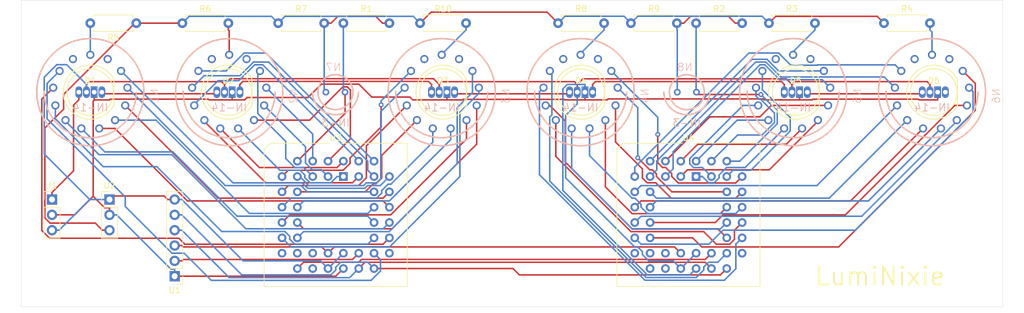
<source format=kicad_pcb>
(kicad_pcb (version 20171130) (host pcbnew "(5.1.2-1)-1")

  (general
    (thickness 1.6)
    (drawings 5)
    (tracks 590)
    (zones 0)
    (modules 33)
    (nets 109)
  )

  (page A4)
  (layers
    (0 F.Cu signal)
    (31 B.Cu signal)
    (32 B.Adhes user)
    (33 F.Adhes user)
    (34 B.Paste user)
    (35 F.Paste user)
    (36 B.SilkS user)
    (37 F.SilkS user)
    (38 B.Mask user)
    (39 F.Mask user)
    (40 Dwgs.User user)
    (41 Cmts.User user)
    (42 Eco1.User user)
    (43 Eco2.User user)
    (44 Edge.Cuts user)
    (45 Margin user)
    (46 B.CrtYd user)
    (47 F.CrtYd user)
    (48 B.Fab user)
    (49 F.Fab user)
  )

  (setup
    (last_trace_width 0.25)
    (trace_clearance 0.2)
    (zone_clearance 0.508)
    (zone_45_only no)
    (trace_min 0.2)
    (via_size 0.8)
    (via_drill 0.4)
    (via_min_size 0.4)
    (via_min_drill 0.3)
    (uvia_size 0.3)
    (uvia_drill 0.1)
    (uvias_allowed no)
    (uvia_min_size 0.2)
    (uvia_min_drill 0.1)
    (edge_width 0.05)
    (segment_width 0.2)
    (pcb_text_width 0.3)
    (pcb_text_size 1.5 1.5)
    (mod_edge_width 0.12)
    (mod_text_size 1 1)
    (mod_text_width 0.15)
    (pad_size 1.7 1.7)
    (pad_drill 1)
    (pad_to_mask_clearance 0.051)
    (solder_mask_min_width 0.25)
    (aux_axis_origin 0 0)
    (visible_elements FFFFFF7F)
    (pcbplotparams
      (layerselection 0x010fc_ffffffff)
      (usegerberextensions false)
      (usegerberattributes false)
      (usegerberadvancedattributes false)
      (creategerberjobfile false)
      (excludeedgelayer true)
      (linewidth 0.100000)
      (plotframeref false)
      (viasonmask false)
      (mode 1)
      (useauxorigin false)
      (hpglpennumber 1)
      (hpglpenspeed 20)
      (hpglpendiameter 15.000000)
      (psnegative false)
      (psa4output false)
      (plotreference true)
      (plotvalue true)
      (plotinvisibletext false)
      (padsonsilk false)
      (subtractmaskfromsilk false)
      (outputformat 1)
      (mirror false)
      (drillshape 0)
      (scaleselection 1)
      (outputdirectory "./gerber"))
  )

  (net 0 "")
  (net 1 "Net-(N1-PadRHDP)")
  (net 2 "Net-(N1-PadLHDP)")
  (net 3 "Net-(N1-PadA)")
  (net 4 "Net-(N1-Pad9)")
  (net 5 "Net-(N1-Pad8)")
  (net 6 "Net-(N1-Pad7)")
  (net 7 "Net-(N1-Pad6)")
  (net 8 "Net-(N1-Pad5)")
  (net 9 "Net-(N1-Pad4)")
  (net 10 "Net-(N1-Pad3)")
  (net 11 "Net-(N1-Pad2)")
  (net 12 "Net-(N1-Pad1)")
  (net 13 "Net-(N1-Pad0)")
  (net 14 "Net-(N2-Pad0)")
  (net 15 "Net-(N2-Pad1)")
  (net 16 "Net-(N2-Pad2)")
  (net 17 "Net-(N2-Pad3)")
  (net 18 "Net-(N2-Pad4)")
  (net 19 "Net-(N2-Pad5)")
  (net 20 "Net-(N2-Pad6)")
  (net 21 "Net-(N2-Pad7)")
  (net 22 "Net-(N2-Pad8)")
  (net 23 "Net-(N2-Pad9)")
  (net 24 "Net-(N2-PadA)")
  (net 25 "Net-(N2-PadLHDP)")
  (net 26 "Net-(N2-PadRHDP)")
  (net 27 "Net-(N3-PadRHDP)")
  (net 28 "Net-(N3-PadLHDP)")
  (net 29 "Net-(N3-PadA)")
  (net 30 "Net-(N3-Pad9)")
  (net 31 "Net-(N3-Pad8)")
  (net 32 "Net-(N3-Pad7)")
  (net 33 "Net-(N3-Pad6)")
  (net 34 "Net-(N3-Pad5)")
  (net 35 "Net-(N3-Pad4)")
  (net 36 "Net-(N3-Pad3)")
  (net 37 "Net-(N3-Pad2)")
  (net 38 "Net-(N3-Pad1)")
  (net 39 "Net-(N3-Pad0)")
  (net 40 "Net-(N4-Pad0)")
  (net 41 "Net-(N4-Pad1)")
  (net 42 "Net-(N4-Pad2)")
  (net 43 "Net-(N4-Pad3)")
  (net 44 "Net-(N4-Pad4)")
  (net 45 "Net-(N4-Pad5)")
  (net 46 "Net-(N4-Pad6)")
  (net 47 "Net-(N4-Pad7)")
  (net 48 "Net-(N4-Pad8)")
  (net 49 "Net-(N4-Pad9)")
  (net 50 "Net-(N4-PadA)")
  (net 51 "Net-(N4-PadLHDP)")
  (net 52 "Net-(N4-PadRHDP)")
  (net 53 "Net-(N5-PadRHDP)")
  (net 54 "Net-(N5-PadLHDP)")
  (net 55 "Net-(N5-PadA)")
  (net 56 "Net-(N5-Pad9)")
  (net 57 "Net-(N5-Pad8)")
  (net 58 "Net-(N5-Pad7)")
  (net 59 "Net-(N5-Pad6)")
  (net 60 "Net-(N5-Pad5)")
  (net 61 "Net-(N5-Pad4)")
  (net 62 "Net-(N5-Pad3)")
  (net 63 "Net-(N5-Pad2)")
  (net 64 "Net-(N5-Pad1)")
  (net 65 "Net-(N5-Pad0)")
  (net 66 "Net-(N6-Pad0)")
  (net 67 "Net-(N6-Pad1)")
  (net 68 "Net-(N6-Pad2)")
  (net 69 "Net-(N6-Pad3)")
  (net 70 "Net-(N6-Pad4)")
  (net 71 "Net-(N6-Pad5)")
  (net 72 "Net-(N6-Pad6)")
  (net 73 "Net-(N6-Pad7)")
  (net 74 "Net-(N6-Pad8)")
  (net 75 "Net-(N6-Pad9)")
  (net 76 "Net-(N6-PadA)")
  (net 77 "Net-(N6-PadLHDP)")
  (net 78 "Net-(N6-PadRHDP)")
  (net 79 "Net-(N7-PadK)")
  (net 80 "Net-(N7-PadA)")
  (net 81 "Net-(N8-PadA)")
  (net 82 "Net-(N8-PadK)")
  (net 83 +5V)
  (net 84 "Net-(R10-Pad1)")
  (net 85 "Net-(U1-Pad5)")
  (net 86 GND)
  (net 87 "Net-(U3-Pad17)")
  (net 88 "Net-(U3-Pad19)")
  (net 89 "Net-(U3-Pad21)")
  (net 90 CLK)
  (net 91 "Net-(U3-Pad29)")
  (net 92 "Net-(U3-Pad18)")
  (net 93 "Net-(U3-Pad20)")
  (net 94 LE)
  (net 95 BL)
  (net 96 "Net-(U4-Pad20)")
  (net 97 "Net-(U4-Pad18)")
  (net 98 "Net-(U4-Pad29)")
  (net 99 "Net-(U4-Pad21)")
  (net 100 "Net-(U4-Pad19)")
  (net 101 "Net-(U4-Pad17)")
  (net 102 "Net-(D1-Pad4)")
  (net 103 DIN)
  (net 104 "Net-(D2-Pad4)")
  (net 105 "Net-(D3-Pad4)")
  (net 106 "Net-(D4-Pad4)")
  (net 107 "Net-(D5-Pad4)")
  (net 108 "Net-(D6-Pad4)")

  (net_class Default "This is the default net class."
    (clearance 0.2)
    (trace_width 0.25)
    (via_dia 0.8)
    (via_drill 0.4)
    (uvia_dia 0.3)
    (uvia_drill 0.1)
    (add_net +5V)
    (add_net BL)
    (add_net CLK)
    (add_net DIN)
    (add_net GND)
    (add_net LE)
    (add_net "Net-(D1-Pad4)")
    (add_net "Net-(D2-Pad4)")
    (add_net "Net-(D3-Pad4)")
    (add_net "Net-(D4-Pad4)")
    (add_net "Net-(D5-Pad4)")
    (add_net "Net-(D6-Pad4)")
    (add_net "Net-(N1-Pad0)")
    (add_net "Net-(N1-Pad1)")
    (add_net "Net-(N1-Pad2)")
    (add_net "Net-(N1-Pad3)")
    (add_net "Net-(N1-Pad4)")
    (add_net "Net-(N1-Pad5)")
    (add_net "Net-(N1-Pad6)")
    (add_net "Net-(N1-Pad7)")
    (add_net "Net-(N1-Pad8)")
    (add_net "Net-(N1-Pad9)")
    (add_net "Net-(N1-PadA)")
    (add_net "Net-(N1-PadLHDP)")
    (add_net "Net-(N1-PadRHDP)")
    (add_net "Net-(N2-Pad0)")
    (add_net "Net-(N2-Pad1)")
    (add_net "Net-(N2-Pad2)")
    (add_net "Net-(N2-Pad3)")
    (add_net "Net-(N2-Pad4)")
    (add_net "Net-(N2-Pad5)")
    (add_net "Net-(N2-Pad6)")
    (add_net "Net-(N2-Pad7)")
    (add_net "Net-(N2-Pad8)")
    (add_net "Net-(N2-Pad9)")
    (add_net "Net-(N2-PadA)")
    (add_net "Net-(N2-PadLHDP)")
    (add_net "Net-(N2-PadRHDP)")
    (add_net "Net-(N3-Pad0)")
    (add_net "Net-(N3-Pad1)")
    (add_net "Net-(N3-Pad2)")
    (add_net "Net-(N3-Pad3)")
    (add_net "Net-(N3-Pad4)")
    (add_net "Net-(N3-Pad5)")
    (add_net "Net-(N3-Pad6)")
    (add_net "Net-(N3-Pad7)")
    (add_net "Net-(N3-Pad8)")
    (add_net "Net-(N3-Pad9)")
    (add_net "Net-(N3-PadA)")
    (add_net "Net-(N3-PadLHDP)")
    (add_net "Net-(N3-PadRHDP)")
    (add_net "Net-(N4-Pad0)")
    (add_net "Net-(N4-Pad1)")
    (add_net "Net-(N4-Pad2)")
    (add_net "Net-(N4-Pad3)")
    (add_net "Net-(N4-Pad4)")
    (add_net "Net-(N4-Pad5)")
    (add_net "Net-(N4-Pad6)")
    (add_net "Net-(N4-Pad7)")
    (add_net "Net-(N4-Pad8)")
    (add_net "Net-(N4-Pad9)")
    (add_net "Net-(N4-PadA)")
    (add_net "Net-(N4-PadLHDP)")
    (add_net "Net-(N4-PadRHDP)")
    (add_net "Net-(N5-Pad0)")
    (add_net "Net-(N5-Pad1)")
    (add_net "Net-(N5-Pad2)")
    (add_net "Net-(N5-Pad3)")
    (add_net "Net-(N5-Pad4)")
    (add_net "Net-(N5-Pad5)")
    (add_net "Net-(N5-Pad6)")
    (add_net "Net-(N5-Pad7)")
    (add_net "Net-(N5-Pad8)")
    (add_net "Net-(N5-Pad9)")
    (add_net "Net-(N5-PadA)")
    (add_net "Net-(N5-PadLHDP)")
    (add_net "Net-(N5-PadRHDP)")
    (add_net "Net-(N6-Pad0)")
    (add_net "Net-(N6-Pad1)")
    (add_net "Net-(N6-Pad2)")
    (add_net "Net-(N6-Pad3)")
    (add_net "Net-(N6-Pad4)")
    (add_net "Net-(N6-Pad5)")
    (add_net "Net-(N6-Pad6)")
    (add_net "Net-(N6-Pad7)")
    (add_net "Net-(N6-Pad8)")
    (add_net "Net-(N6-Pad9)")
    (add_net "Net-(N6-PadA)")
    (add_net "Net-(N6-PadLHDP)")
    (add_net "Net-(N6-PadRHDP)")
    (add_net "Net-(N7-PadA)")
    (add_net "Net-(N7-PadK)")
    (add_net "Net-(N8-PadA)")
    (add_net "Net-(N8-PadK)")
    (add_net "Net-(R10-Pad1)")
    (add_net "Net-(U1-Pad5)")
    (add_net "Net-(U3-Pad17)")
    (add_net "Net-(U3-Pad18)")
    (add_net "Net-(U3-Pad19)")
    (add_net "Net-(U3-Pad20)")
    (add_net "Net-(U3-Pad21)")
    (add_net "Net-(U3-Pad29)")
    (add_net "Net-(U4-Pad17)")
    (add_net "Net-(U4-Pad18)")
    (add_net "Net-(U4-Pad19)")
    (add_net "Net-(U4-Pad20)")
    (add_net "Net-(U4-Pad21)")
    (add_net "Net-(U4-Pad29)")
  )

  (module MountingHole:MountingHole_3mm (layer F.Cu) (tedit 56D1B4CB) (tstamp 5D90FE00)
    (at 238.76 105.41)
    (descr "Mounting Hole 3mm, no annular")
    (tags "mounting hole 3mm no annular")
    (attr virtual)
    (fp_text reference REF6 (at 0 -4) (layer F.SilkS) hide
      (effects (font (size 1 1) (thickness 0.15)))
    )
    (fp_text value MountingHole_3mm (at 0 4) (layer F.Fab)
      (effects (font (size 1 1) (thickness 0.15)))
    )
    (fp_circle (center 0 0) (end 3.25 0) (layer F.CrtYd) (width 0.05))
    (fp_circle (center 0 0) (end 3 0) (layer Cmts.User) (width 0.15))
    (fp_text user %R (at 0.3 0) (layer F.Fab)
      (effects (font (size 1 1) (thickness 0.15)))
    )
    (pad 1 np_thru_hole circle (at 0 0) (size 3 3) (drill 3) (layers *.Cu *.Mask))
  )

  (module MountingHole:MountingHole_3mm (layer F.Cu) (tedit 56D1B4CB) (tstamp 5D90FE6A)
    (at 238.76 62.23)
    (descr "Mounting Hole 3mm, no annular")
    (tags "mounting hole 3mm no annular")
    (attr virtual)
    (fp_text reference REF5 (at 0 -4) (layer F.SilkS) hide
      (effects (font (size 1 1) (thickness 0.15)))
    )
    (fp_text value MountingHole_3mm (at 0 4) (layer F.Fab)
      (effects (font (size 1 1) (thickness 0.15)))
    )
    (fp_circle (center 0 0) (end 3.25 0) (layer F.CrtYd) (width 0.05))
    (fp_circle (center 0 0) (end 3 0) (layer Cmts.User) (width 0.15))
    (fp_text user %R (at 0.3 0) (layer F.Fab)
      (effects (font (size 1 1) (thickness 0.15)))
    )
    (pad 1 np_thru_hole circle (at 0 0) (size 3 3) (drill 3) (layers *.Cu *.Mask))
  )

  (module MountingHole:MountingHole_3mm (layer F.Cu) (tedit 56D1B4CB) (tstamp 5D90F863)
    (at 83.82 105.41)
    (descr "Mounting Hole 3mm, no annular")
    (tags "mounting hole 3mm no annular")
    (attr virtual)
    (fp_text reference REF2 (at 0 -4) (layer F.SilkS) hide
      (effects (font (size 1 1) (thickness 0.15)))
    )
    (fp_text value MountingHole_3mm (at 0 4) (layer F.Fab)
      (effects (font (size 1 1) (thickness 0.15)))
    )
    (fp_circle (center 0 0) (end 3.25 0) (layer F.CrtYd) (width 0.05))
    (fp_circle (center 0 0) (end 3 0) (layer Cmts.User) (width 0.15))
    (fp_text user %R (at 0.3 0) (layer F.Fab)
      (effects (font (size 1 1) (thickness 0.15)))
    )
    (pad 1 np_thru_hole circle (at 0 0) (size 3 3) (drill 3) (layers *.Cu *.Mask))
  )

  (module MountingHole:MountingHole_3mm (layer F.Cu) (tedit 56D1B4CB) (tstamp 5D90F83F)
    (at 83.82 62.23)
    (descr "Mounting Hole 3mm, no annular")
    (tags "mounting hole 3mm no annular")
    (attr virtual)
    (fp_text reference REF1 (at 0 -4) (layer F.SilkS) hide
      (effects (font (size 1 1) (thickness 0.15)))
    )
    (fp_text value MountingHole_3mm (at 0 4) (layer F.Fab)
      (effects (font (size 1 1) (thickness 0.15)))
    )
    (fp_circle (center 0 0) (end 3.25 0) (layer F.CrtYd) (width 0.05))
    (fp_circle (center 0 0) (end 3 0) (layer Cmts.User) (width 0.15))
    (fp_text user %R (at 0.3 0) (layer F.Fab)
      (effects (font (size 1 1) (thickness 0.15)))
    )
    (pad 1 np_thru_hole circle (at 0 0) (size 3 3) (drill 3) (layers *.Cu *.Mask))
  )

  (module Resistor_THT:R_Axial_DIN0207_L6.3mm_D2.5mm_P7.62mm_Horizontal (layer F.Cu) (tedit 5AE5139B) (tstamp 5D90E2F8)
    (at 191.77 62.23)
    (descr "Resistor, Axial_DIN0207 series, Axial, Horizontal, pin pitch=7.62mm, 0.25W = 1/4W, length*diameter=6.3*2.5mm^2, http://cdn-reichelt.de/documents/datenblatt/B400/1_4W%23YAG.pdf")
    (tags "Resistor Axial_DIN0207 series Axial Horizontal pin pitch 7.62mm 0.25W = 1/4W length 6.3mm diameter 2.5mm")
    (path /5D935C0E)
    (fp_text reference R2 (at 3.81 -2.37) (layer F.SilkS)
      (effects (font (size 1 1) (thickness 0.15)))
    )
    (fp_text value ? (at 3.81 2.37) (layer F.Fab)
      (effects (font (size 1 1) (thickness 0.15)))
    )
    (fp_line (start 0.66 -1.25) (end 0.66 1.25) (layer F.Fab) (width 0.1))
    (fp_line (start 0.66 1.25) (end 6.96 1.25) (layer F.Fab) (width 0.1))
    (fp_line (start 6.96 1.25) (end 6.96 -1.25) (layer F.Fab) (width 0.1))
    (fp_line (start 6.96 -1.25) (end 0.66 -1.25) (layer F.Fab) (width 0.1))
    (fp_line (start 0 0) (end 0.66 0) (layer F.Fab) (width 0.1))
    (fp_line (start 7.62 0) (end 6.96 0) (layer F.Fab) (width 0.1))
    (fp_line (start 0.54 -1.04) (end 0.54 -1.37) (layer F.SilkS) (width 0.12))
    (fp_line (start 0.54 -1.37) (end 7.08 -1.37) (layer F.SilkS) (width 0.12))
    (fp_line (start 7.08 -1.37) (end 7.08 -1.04) (layer F.SilkS) (width 0.12))
    (fp_line (start 0.54 1.04) (end 0.54 1.37) (layer F.SilkS) (width 0.12))
    (fp_line (start 0.54 1.37) (end 7.08 1.37) (layer F.SilkS) (width 0.12))
    (fp_line (start 7.08 1.37) (end 7.08 1.04) (layer F.SilkS) (width 0.12))
    (fp_line (start -1.05 -1.5) (end -1.05 1.5) (layer F.CrtYd) (width 0.05))
    (fp_line (start -1.05 1.5) (end 8.67 1.5) (layer F.CrtYd) (width 0.05))
    (fp_line (start 8.67 1.5) (end 8.67 -1.5) (layer F.CrtYd) (width 0.05))
    (fp_line (start 8.67 -1.5) (end -1.05 -1.5) (layer F.CrtYd) (width 0.05))
    (fp_text user %R (at 3.81 0) (layer F.Fab)
      (effects (font (size 1 1) (thickness 0.15)))
    )
    (pad 1 thru_hole circle (at 0 0) (size 1.6 1.6) (drill 0.8) (layers *.Cu *.Mask)
      (net 82 "Net-(N8-PadK)"))
    (pad 2 thru_hole oval (at 7.62 0) (size 1.6 1.6) (drill 0.8) (layers *.Cu *.Mask)
      (net 81 "Net-(N8-PadA)"))
    (model ${KISYS3DMOD}/Resistor_THT.3dshapes/R_Axial_DIN0207_L6.3mm_D2.5mm_P7.62mm_Horizontal.wrl
      (at (xyz 0 0 0))
      (scale (xyz 1 1 1))
      (rotate (xyz 0 0 0))
    )
  )

  (module Resistor_THT:R_Axial_DIN0207_L6.3mm_D2.5mm_P7.62mm_Horizontal (layer F.Cu) (tedit 5AE5139B) (tstamp 5D90DF19)
    (at 133.35 62.23)
    (descr "Resistor, Axial_DIN0207 series, Axial, Horizontal, pin pitch=7.62mm, 0.25W = 1/4W, length*diameter=6.3*2.5mm^2, http://cdn-reichelt.de/documents/datenblatt/B400/1_4W%23YAG.pdf")
    (tags "Resistor Axial_DIN0207 series Axial Horizontal pin pitch 7.62mm 0.25W = 1/4W length 6.3mm diameter 2.5mm")
    (path /5D91AA0C)
    (fp_text reference R1 (at 3.81 -2.37) (layer F.SilkS)
      (effects (font (size 1 1) (thickness 0.15)))
    )
    (fp_text value ? (at 3.81 2.37) (layer F.Fab)
      (effects (font (size 1 1) (thickness 0.15)))
    )
    (fp_line (start 0.66 -1.25) (end 0.66 1.25) (layer F.Fab) (width 0.1))
    (fp_line (start 0.66 1.25) (end 6.96 1.25) (layer F.Fab) (width 0.1))
    (fp_line (start 6.96 1.25) (end 6.96 -1.25) (layer F.Fab) (width 0.1))
    (fp_line (start 6.96 -1.25) (end 0.66 -1.25) (layer F.Fab) (width 0.1))
    (fp_line (start 0 0) (end 0.66 0) (layer F.Fab) (width 0.1))
    (fp_line (start 7.62 0) (end 6.96 0) (layer F.Fab) (width 0.1))
    (fp_line (start 0.54 -1.04) (end 0.54 -1.37) (layer F.SilkS) (width 0.12))
    (fp_line (start 0.54 -1.37) (end 7.08 -1.37) (layer F.SilkS) (width 0.12))
    (fp_line (start 7.08 -1.37) (end 7.08 -1.04) (layer F.SilkS) (width 0.12))
    (fp_line (start 0.54 1.04) (end 0.54 1.37) (layer F.SilkS) (width 0.12))
    (fp_line (start 0.54 1.37) (end 7.08 1.37) (layer F.SilkS) (width 0.12))
    (fp_line (start 7.08 1.37) (end 7.08 1.04) (layer F.SilkS) (width 0.12))
    (fp_line (start -1.05 -1.5) (end -1.05 1.5) (layer F.CrtYd) (width 0.05))
    (fp_line (start -1.05 1.5) (end 8.67 1.5) (layer F.CrtYd) (width 0.05))
    (fp_line (start 8.67 1.5) (end 8.67 -1.5) (layer F.CrtYd) (width 0.05))
    (fp_line (start 8.67 -1.5) (end -1.05 -1.5) (layer F.CrtYd) (width 0.05))
    (fp_text user %R (at 3.81 0) (layer F.Fab)
      (effects (font (size 1 1) (thickness 0.15)))
    )
    (pad 1 thru_hole circle (at 0 0) (size 1.6 1.6) (drill 0.8) (layers *.Cu *.Mask)
      (net 79 "Net-(N7-PadK)"))
    (pad 2 thru_hole oval (at 7.62 0) (size 1.6 1.6) (drill 0.8) (layers *.Cu *.Mask)
      (net 80 "Net-(N7-PadA)"))
    (model ${KISYS3DMOD}/Resistor_THT.3dshapes/R_Axial_DIN0207_L6.3mm_D2.5mm_P7.62mm_Horizontal.wrl
      (at (xyz 0 0 0))
      (scale (xyz 1 1 1))
      (rotate (xyz 0 0 0))
    )
  )

  (module Connector_PinHeader_2.54mm:PinHeader_1x06_P2.54mm_Vertical (layer F.Cu) (tedit 5D890253) (tstamp 5D7E9D33)
    (at 105.41 104.14 180)
    (descr "Through hole straight pin header, 1x06, 2.54mm pitch, single row")
    (tags "Through hole pin header THT 1x06 2.54mm single row")
    (path /5D132D6F)
    (fp_text reference U1 (at 0 -2.33 180) (layer F.SilkS)
      (effects (font (size 1 1) (thickness 0.15)))
    )
    (fp_text value ESP32-MINIKIT (at 0 15.03 180) (layer F.Fab)
      (effects (font (size 1 1) (thickness 0.15)))
    )
    (fp_text user %R (at 0 6.35 270) (layer F.Fab)
      (effects (font (size 1 1) (thickness 0.15)))
    )
    (fp_line (start 1.8 -1.8) (end -1.8 -1.8) (layer F.CrtYd) (width 0.05))
    (fp_line (start 1.8 14.5) (end 1.8 -1.8) (layer F.CrtYd) (width 0.05))
    (fp_line (start -1.8 14.5) (end 1.8 14.5) (layer F.CrtYd) (width 0.05))
    (fp_line (start -1.8 -1.8) (end -1.8 14.5) (layer F.CrtYd) (width 0.05))
    (fp_line (start -1.33 -1.33) (end 0 -1.33) (layer F.SilkS) (width 0.12))
    (fp_line (start -1.33 0) (end -1.33 -1.33) (layer F.SilkS) (width 0.12))
    (fp_line (start -1.33 1.27) (end 1.33 1.27) (layer F.SilkS) (width 0.12))
    (fp_line (start 1.33 1.27) (end 1.33 14.03) (layer F.SilkS) (width 0.12))
    (fp_line (start -1.33 1.27) (end -1.33 14.03) (layer F.SilkS) (width 0.12))
    (fp_line (start -1.33 14.03) (end 1.33 14.03) (layer F.SilkS) (width 0.12))
    (fp_line (start -1.27 -0.635) (end -0.635 -1.27) (layer F.Fab) (width 0.1))
    (fp_line (start -1.27 13.97) (end -1.27 -0.635) (layer F.Fab) (width 0.1))
    (fp_line (start 1.27 13.97) (end -1.27 13.97) (layer F.Fab) (width 0.1))
    (fp_line (start 1.27 -1.27) (end 1.27 13.97) (layer F.Fab) (width 0.1))
    (fp_line (start -0.635 -1.27) (end 1.27 -1.27) (layer F.Fab) (width 0.1))
    (pad 16 thru_hole oval (at 0 12.7 180) (size 1.7 1.7) (drill 1) (layers *.Cu *.Mask)
      (net 83 +5V))
    (pad 8 thru_hole oval (at 0 10.16 180) (size 1.7 1.7) (drill 1) (layers *.Cu *.Mask)
      (net 95 BL))
    (pad 7 thru_hole oval (at 0 7.62 180) (size 1.7 1.7) (drill 1) (layers *.Cu *.Mask)
      (net 94 LE))
    (pad 6 thru_hole oval (at 0 5.08 180) (size 1.7 1.7) (drill 1) (layers *.Cu *.Mask)
      (net 90 CLK))
    (pad 5 thru_hole oval (at 0 2.54 180) (size 1.7 1.7) (drill 1) (layers *.Cu *.Mask)
      (net 85 "Net-(U1-Pad5)"))
    (pad 1 thru_hole rect (at 0 0 180) (size 1.7 1.7) (drill 1) (layers *.Cu *.Mask)
      (net 86 GND))
    (model ${KISYS3DMOD}/Connector_PinHeader_2.54mm.3dshapes/PinHeader_1x06_P2.54mm_Vertical.wrl
      (at (xyz 0 0 0))
      (scale (xyz 1 1 1))
      (rotate (xyz 0 0 0))
    )
  )

  (module Connector_PinHeader_2.54mm:PinHeader_1x03_P2.54mm_Vertical (layer F.Cu) (tedit 59FED5CC) (tstamp 5D8A6A73)
    (at 94.615 91.44)
    (descr "Through hole straight pin header, 1x03, 2.54mm pitch, single row")
    (tags "Through hole pin header THT 1x03 2.54mm single row")
    (path /5D24B757)
    (fp_text reference U2 (at 0 -2.33) (layer F.SilkS)
      (effects (font (size 1 1) (thickness 0.15)))
    )
    (fp_text value HV-POWER (at 0 7.41) (layer F.Fab)
      (effects (font (size 1 1) (thickness 0.15)))
    )
    (fp_line (start -0.635 -1.27) (end 1.27 -1.27) (layer F.Fab) (width 0.1))
    (fp_line (start 1.27 -1.27) (end 1.27 6.35) (layer F.Fab) (width 0.1))
    (fp_line (start 1.27 6.35) (end -1.27 6.35) (layer F.Fab) (width 0.1))
    (fp_line (start -1.27 6.35) (end -1.27 -0.635) (layer F.Fab) (width 0.1))
    (fp_line (start -1.27 -0.635) (end -0.635 -1.27) (layer F.Fab) (width 0.1))
    (fp_line (start -1.33 6.41) (end 1.33 6.41) (layer F.SilkS) (width 0.12))
    (fp_line (start -1.33 1.27) (end -1.33 6.41) (layer F.SilkS) (width 0.12))
    (fp_line (start 1.33 1.27) (end 1.33 6.41) (layer F.SilkS) (width 0.12))
    (fp_line (start -1.33 1.27) (end 1.33 1.27) (layer F.SilkS) (width 0.12))
    (fp_line (start -1.33 0) (end -1.33 -1.33) (layer F.SilkS) (width 0.12))
    (fp_line (start -1.33 -1.33) (end 0 -1.33) (layer F.SilkS) (width 0.12))
    (fp_line (start -1.8 -1.8) (end -1.8 6.85) (layer F.CrtYd) (width 0.05))
    (fp_line (start -1.8 6.85) (end 1.8 6.85) (layer F.CrtYd) (width 0.05))
    (fp_line (start 1.8 6.85) (end 1.8 -1.8) (layer F.CrtYd) (width 0.05))
    (fp_line (start 1.8 -1.8) (end -1.8 -1.8) (layer F.CrtYd) (width 0.05))
    (fp_text user %R (at 0 2.54 90) (layer F.Fab)
      (effects (font (size 1 1) (thickness 0.15)))
    )
    (pad 1 thru_hole rect (at 0 0) (size 1.7 1.7) (drill 1) (layers *.Cu *.Mask)
      (net 83 +5V))
    (pad 2 thru_hole oval (at 0 2.54) (size 1.7 1.7) (drill 1) (layers *.Cu *.Mask)
      (net 86 GND))
    (pad 3 thru_hole oval (at 0 5.08) (size 1.7 1.7) (drill 1) (layers *.Cu *.Mask)
      (net 84 "Net-(R10-Pad1)"))
    (model ${KISYS3DMOD}/Connector_PinHeader_2.54mm.3dshapes/PinHeader_1x03_P2.54mm_Vertical.wrl
      (at (xyz 0 0 0))
      (scale (xyz 1 1 1))
      (rotate (xyz 0 0 0))
    )
  )

  (module Connector_PinHeader_2.54mm:PinHeader_1x03_P2.54mm_Vertical (layer F.Cu) (tedit 59FED5CC) (tstamp 5D8A6839)
    (at 85.09 91.44)
    (descr "Through hole straight pin header, 1x03, 2.54mm pitch, single row")
    (tags "Through hole pin header THT 1x03 2.54mm single row")
    (path /5D89C5DC)
    (fp_text reference J1 (at 0 -2.33) (layer F.SilkS)
      (effects (font (size 1 1) (thickness 0.15)))
    )
    (fp_text value Conn_01x03_Female (at 0 7.41) (layer F.Fab)
      (effects (font (size 1 1) (thickness 0.15)))
    )
    (fp_text user %R (at 0 2.54 90) (layer F.Fab)
      (effects (font (size 1 1) (thickness 0.15)))
    )
    (fp_line (start 1.8 -1.8) (end -1.8 -1.8) (layer F.CrtYd) (width 0.05))
    (fp_line (start 1.8 6.85) (end 1.8 -1.8) (layer F.CrtYd) (width 0.05))
    (fp_line (start -1.8 6.85) (end 1.8 6.85) (layer F.CrtYd) (width 0.05))
    (fp_line (start -1.8 -1.8) (end -1.8 6.85) (layer F.CrtYd) (width 0.05))
    (fp_line (start -1.33 -1.33) (end 0 -1.33) (layer F.SilkS) (width 0.12))
    (fp_line (start -1.33 0) (end -1.33 -1.33) (layer F.SilkS) (width 0.12))
    (fp_line (start -1.33 1.27) (end 1.33 1.27) (layer F.SilkS) (width 0.12))
    (fp_line (start 1.33 1.27) (end 1.33 6.41) (layer F.SilkS) (width 0.12))
    (fp_line (start -1.33 1.27) (end -1.33 6.41) (layer F.SilkS) (width 0.12))
    (fp_line (start -1.33 6.41) (end 1.33 6.41) (layer F.SilkS) (width 0.12))
    (fp_line (start -1.27 -0.635) (end -0.635 -1.27) (layer F.Fab) (width 0.1))
    (fp_line (start -1.27 6.35) (end -1.27 -0.635) (layer F.Fab) (width 0.1))
    (fp_line (start 1.27 6.35) (end -1.27 6.35) (layer F.Fab) (width 0.1))
    (fp_line (start 1.27 -1.27) (end 1.27 6.35) (layer F.Fab) (width 0.1))
    (fp_line (start -0.635 -1.27) (end 1.27 -1.27) (layer F.Fab) (width 0.1))
    (pad 3 thru_hole oval (at 0 5.08) (size 1.7 1.7) (drill 1) (layers *.Cu *.Mask)
      (net 83 +5V))
    (pad 2 thru_hole oval (at 0 2.54) (size 1.7 1.7) (drill 1) (layers *.Cu *.Mask)
      (net 86 GND))
    (pad 1 thru_hole rect (at 0 0) (size 1.7 1.7) (drill 1) (layers *.Cu *.Mask)
      (net 103 DIN))
    (model ${KISYS3DMOD}/Connector_PinHeader_2.54mm.3dshapes/PinHeader_1x03_P2.54mm_Vertical.wrl
      (at (xyz 0 0 0))
      (scale (xyz 1 1 1))
      (rotate (xyz 0 0 0))
    )
  )

  (module apa-106:APA-106-F8 (layer F.Cu) (tedit 585B1C76) (tstamp 5D8907C0)
    (at 231.14 73.66)
    (descr APA-106-F8)
    (tags "APA 106 F8 RGB LED 8mm")
    (path /5D971BB0)
    (clearance 0.1)
    (fp_text reference D6 (at 0 -1.905 180) (layer F.SilkS)
      (effects (font (size 1 1) (thickness 0.15)))
    )
    (fp_text value APA-106-F5 (at 0 6.35 180) (layer F.Fab)
      (effects (font (size 1 1) (thickness 0.15)))
    )
    (fp_circle (center 0 0) (end 0 3.85) (layer F.SilkS) (width 0.15))
    (fp_arc (start 0 0) (end 4.089 2.266) (angle 302) (layer F.CrtYd) (width 0.05))
    (fp_line (start 4.089 2.266) (end 4.089 -2.266) (layer F.CrtYd) (width 0.05))
    (fp_arc (start 0 0) (end 3.914 2.17) (angle 302) (layer F.SilkS) (width 0.15))
    (fp_line (start 3.914 2.17) (end 3.914 -2.17) (layer F.SilkS) (width 0.15))
    (pad 4 thru_hole oval (at 1.905 0 90) (size 1.905 1.1176) (drill 0.762) (layers *.Cu *.Mask)
      (net 108 "Net-(D6-Pad4)"))
    (pad 2 thru_hole oval (at -0.635 0 90) (size 1.905 1.1176) (drill 0.762) (layers *.Cu *.Mask)
      (net 83 +5V))
    (pad 3 thru_hole rect (at 0.635 0 90) (size 1.905 1.1176) (drill 0.762) (layers *.Cu *.Mask)
      (net 86 GND))
    (pad 1 thru_hole oval (at -1.905 0 90) (size 1.905 1.1176) (drill 0.762) (layers *.Cu *.Mask)
      (net 107 "Net-(D5-Pad4)"))
    (model /home/crox/lampe_salon_leds/apa-106.pretty/APA-106-F8.wrl
      (offset (xyz 0 0 0.2539999961853027))
      (scale (xyz 0.3937 0.3937 0.3937))
      (rotate (xyz 0 0 0))
    )
  )

  (module apa-106:APA-106-F8 (layer F.Cu) (tedit 585B1C76) (tstamp 5D8907B3)
    (at 208.28 73.66)
    (descr APA-106-F8)
    (tags "APA 106 F8 RGB LED 8mm")
    (path /5D971B91)
    (clearance 0.1)
    (fp_text reference D5 (at 0 -1.905 180) (layer F.SilkS)
      (effects (font (size 1 1) (thickness 0.15)))
    )
    (fp_text value APA-106-F5 (at 0 6.35 180) (layer F.Fab)
      (effects (font (size 1 1) (thickness 0.15)))
    )
    (fp_circle (center 0 0) (end 0 3.85) (layer F.SilkS) (width 0.15))
    (fp_arc (start 0 0) (end 4.089 2.266) (angle 302) (layer F.CrtYd) (width 0.05))
    (fp_line (start 4.089 2.266) (end 4.089 -2.266) (layer F.CrtYd) (width 0.05))
    (fp_arc (start 0 0) (end 3.914 2.17) (angle 302) (layer F.SilkS) (width 0.15))
    (fp_line (start 3.914 2.17) (end 3.914 -2.17) (layer F.SilkS) (width 0.15))
    (pad 4 thru_hole oval (at 1.905 0 90) (size 1.905 1.1176) (drill 0.762) (layers *.Cu *.Mask)
      (net 107 "Net-(D5-Pad4)"))
    (pad 2 thru_hole oval (at -0.635 0 90) (size 1.905 1.1176) (drill 0.762) (layers *.Cu *.Mask)
      (net 83 +5V))
    (pad 3 thru_hole rect (at 0.635 0 90) (size 1.905 1.1176) (drill 0.762) (layers *.Cu *.Mask)
      (net 86 GND))
    (pad 1 thru_hole oval (at -1.905 0 90) (size 1.905 1.1176) (drill 0.762) (layers *.Cu *.Mask)
      (net 106 "Net-(D4-Pad4)"))
    (model /home/crox/lampe_salon_leds/apa-106.pretty/APA-106-F8.wrl
      (offset (xyz 0 0 0.2539999961853027))
      (scale (xyz 0.3937 0.3937 0.3937))
      (rotate (xyz 0 0 0))
    )
  )

  (module apa-106:APA-106-F8 (layer F.Cu) (tedit 585B1C76) (tstamp 5D8907A6)
    (at 172.72 73.66)
    (descr APA-106-F8)
    (tags "APA 106 F8 RGB LED 8mm")
    (path /5D963854)
    (clearance 0.1)
    (fp_text reference D4 (at 0 -1.905 180) (layer F.SilkS)
      (effects (font (size 1 1) (thickness 0.15)))
    )
    (fp_text value APA-106-F5 (at 0 6.35 180) (layer F.Fab)
      (effects (font (size 1 1) (thickness 0.15)))
    )
    (fp_circle (center 0 0) (end 0 3.85) (layer F.SilkS) (width 0.15))
    (fp_arc (start 0 0) (end 4.089 2.266) (angle 302) (layer F.CrtYd) (width 0.05))
    (fp_line (start 4.089 2.266) (end 4.089 -2.266) (layer F.CrtYd) (width 0.05))
    (fp_arc (start 0 0) (end 3.914 2.17) (angle 302) (layer F.SilkS) (width 0.15))
    (fp_line (start 3.914 2.17) (end 3.914 -2.17) (layer F.SilkS) (width 0.15))
    (pad 4 thru_hole oval (at 1.905 0 90) (size 1.905 1.1176) (drill 0.762) (layers *.Cu *.Mask)
      (net 106 "Net-(D4-Pad4)"))
    (pad 2 thru_hole oval (at -0.635 0 90) (size 1.905 1.1176) (drill 0.762) (layers *.Cu *.Mask)
      (net 83 +5V))
    (pad 3 thru_hole rect (at 0.635 0 90) (size 1.905 1.1176) (drill 0.762) (layers *.Cu *.Mask)
      (net 86 GND))
    (pad 1 thru_hole oval (at -1.905 0 90) (size 1.905 1.1176) (drill 0.762) (layers *.Cu *.Mask)
      (net 105 "Net-(D3-Pad4)"))
    (model /home/crox/lampe_salon_leds/apa-106.pretty/APA-106-F8.wrl
      (offset (xyz 0 0 0.2539999961853027))
      (scale (xyz 0.3937 0.3937 0.3937))
      (rotate (xyz 0 0 0))
    )
  )

  (module apa-106:APA-106-F8 (layer F.Cu) (tedit 585B1C76) (tstamp 5D890799)
    (at 149.86 73.66)
    (descr APA-106-F8)
    (tags "APA 106 F8 RGB LED 8mm")
    (path /5D963835)
    (clearance 0.1)
    (fp_text reference D3 (at 0 -1.905 180) (layer F.SilkS)
      (effects (font (size 1 1) (thickness 0.15)))
    )
    (fp_text value APA-106-F5 (at 0 6.35 180) (layer F.Fab)
      (effects (font (size 1 1) (thickness 0.15)))
    )
    (fp_circle (center 0 0) (end 0 3.85) (layer F.SilkS) (width 0.15))
    (fp_arc (start 0 0) (end 4.089 2.266) (angle 302) (layer F.CrtYd) (width 0.05))
    (fp_line (start 4.089 2.266) (end 4.089 -2.266) (layer F.CrtYd) (width 0.05))
    (fp_arc (start 0 0) (end 3.914 2.17) (angle 302) (layer F.SilkS) (width 0.15))
    (fp_line (start 3.914 2.17) (end 3.914 -2.17) (layer F.SilkS) (width 0.15))
    (pad 4 thru_hole oval (at 1.905 0 90) (size 1.905 1.1176) (drill 0.762) (layers *.Cu *.Mask)
      (net 105 "Net-(D3-Pad4)"))
    (pad 2 thru_hole oval (at -0.635 0 90) (size 1.905 1.1176) (drill 0.762) (layers *.Cu *.Mask)
      (net 83 +5V))
    (pad 3 thru_hole rect (at 0.635 0 90) (size 1.905 1.1176) (drill 0.762) (layers *.Cu *.Mask)
      (net 86 GND))
    (pad 1 thru_hole oval (at -1.905 0 90) (size 1.905 1.1176) (drill 0.762) (layers *.Cu *.Mask)
      (net 104 "Net-(D2-Pad4)"))
    (model /home/crox/lampe_salon_leds/apa-106.pretty/APA-106-F8.wrl
      (offset (xyz 0 0 0.2539999961853027))
      (scale (xyz 0.3937 0.3937 0.3937))
      (rotate (xyz 0 0 0))
    )
  )

  (module apa-106:APA-106-F8 (layer F.Cu) (tedit 585B1C76) (tstamp 5D89078C)
    (at 114.3 73.66)
    (descr APA-106-F8)
    (tags "APA 106 F8 RGB LED 8mm")
    (path /5D955C90)
    (clearance 0.1)
    (fp_text reference D2 (at 0 -1.905 180) (layer F.SilkS)
      (effects (font (size 1 1) (thickness 0.15)))
    )
    (fp_text value APA-106-F5 (at 0 6.35 180) (layer F.Fab)
      (effects (font (size 1 1) (thickness 0.15)))
    )
    (fp_circle (center 0 0) (end 0 3.85) (layer F.SilkS) (width 0.15))
    (fp_arc (start 0 0) (end 4.089 2.266) (angle 302) (layer F.CrtYd) (width 0.05))
    (fp_line (start 4.089 2.266) (end 4.089 -2.266) (layer F.CrtYd) (width 0.05))
    (fp_arc (start 0 0) (end 3.914 2.17) (angle 302) (layer F.SilkS) (width 0.15))
    (fp_line (start 3.914 2.17) (end 3.914 -2.17) (layer F.SilkS) (width 0.15))
    (pad 4 thru_hole oval (at 1.905 0 90) (size 1.905 1.1176) (drill 0.762) (layers *.Cu *.Mask)
      (net 104 "Net-(D2-Pad4)"))
    (pad 2 thru_hole oval (at -0.635 0 90) (size 1.905 1.1176) (drill 0.762) (layers *.Cu *.Mask)
      (net 83 +5V))
    (pad 3 thru_hole rect (at 0.635 0 90) (size 1.905 1.1176) (drill 0.762) (layers *.Cu *.Mask)
      (net 86 GND))
    (pad 1 thru_hole oval (at -1.905 0 90) (size 1.905 1.1176) (drill 0.762) (layers *.Cu *.Mask)
      (net 102 "Net-(D1-Pad4)"))
    (model /home/crox/lampe_salon_leds/apa-106.pretty/APA-106-F8.wrl
      (offset (xyz 0 0 0.2539999961853027))
      (scale (xyz 0.3937 0.3937 0.3937))
      (rotate (xyz 0 0 0))
    )
  )

  (module apa-106:APA-106-F8 (layer F.Cu) (tedit 585B1C76) (tstamp 5D89077F)
    (at 91.44 73.66)
    (descr APA-106-F8)
    (tags "APA 106 F8 RGB LED 8mm")
    (path /5D8F104E)
    (clearance 0.1)
    (fp_text reference D1 (at 0 -1.905 180) (layer F.SilkS)
      (effects (font (size 1 1) (thickness 0.15)))
    )
    (fp_text value APA-106-F5 (at 0 6.35 180) (layer F.Fab)
      (effects (font (size 1 1) (thickness 0.15)))
    )
    (fp_circle (center 0 0) (end 0 3.85) (layer F.SilkS) (width 0.15))
    (fp_arc (start 0 0) (end 4.089 2.266) (angle 302) (layer F.CrtYd) (width 0.05))
    (fp_line (start 4.089 2.266) (end 4.089 -2.266) (layer F.CrtYd) (width 0.05))
    (fp_arc (start 0 0) (end 3.914 2.17) (angle 302) (layer F.SilkS) (width 0.15))
    (fp_line (start 3.914 2.17) (end 3.914 -2.17) (layer F.SilkS) (width 0.15))
    (pad 4 thru_hole oval (at 1.905 0 90) (size 1.905 1.1176) (drill 0.762) (layers *.Cu *.Mask)
      (net 102 "Net-(D1-Pad4)"))
    (pad 2 thru_hole oval (at -0.635 0 90) (size 1.905 1.1176) (drill 0.762) (layers *.Cu *.Mask)
      (net 83 +5V))
    (pad 3 thru_hole rect (at 0.635 0 90) (size 1.905 1.1176) (drill 0.762) (layers *.Cu *.Mask)
      (net 86 GND))
    (pad 1 thru_hole oval (at -1.905 0 90) (size 1.905 1.1176) (drill 0.762) (layers *.Cu *.Mask)
      (net 103 DIN))
    (model /home/crox/lampe_salon_leds/apa-106.pretty/APA-106-F8.wrl
      (offset (xyz 0 0 0.2539999961853027))
      (scale (xyz 0.3937 0.3937 0.3937))
      (rotate (xyz 0 0 0))
    )
  )

  (module nixies-us:nixies-us-IN-14 (layer B.Cu) (tedit 200000) (tstamp 5D7E93A5)
    (at 91.44 73.66)
    (path /5CFAD992)
    (attr virtual)
    (fp_text reference N1 (at 10.63498 0.635 270) (layer B.SilkS)
      (effects (font (size 1.27 1.27) (thickness 0.1016)) (justify mirror))
    )
    (fp_text value IN-14 (at 0 2.54) (layer B.SilkS)
      (effects (font (size 1.27 1.27) (thickness 0.15)) (justify mirror))
    )
    (fp_arc (start 0 -0.07874) (end -7.62 -0.15748) (angle -180) (layer B.SilkS) (width 0.254))
    (fp_circle (center 0 0) (end 0 8.87222) (layer B.SilkS) (width 0.254))
    (pad RHDP thru_hole circle (at -2.87528 -5.47878) (size 1.3462 1.3462) (drill 0.8382) (layers *.Cu *.Paste *.Mask)
      (net 1 "Net-(N1-PadRHDP)"))
    (pad LHDP thru_hole circle (at 2.87528 -5.47878) (size 1.3462 1.3462) (drill 0.8382) (layers *.Cu *.Paste *.Mask)
      (net 2 "Net-(N1-PadLHDP)"))
    (pad A thru_hole circle (at 0 -6.18744) (size 1.3462 1.3462) (drill 0.8382) (layers *.Cu *.Paste *.Mask)
      (net 3 "Net-(N1-PadA)"))
    (pad 9 thru_hole circle (at 6.14426 -0.74422) (size 1.3462 1.3462) (drill 0.8382) (layers *.Cu *.Paste *.Mask)
      (net 4 "Net-(N1-Pad9)"))
    (pad 8 thru_hole circle (at 5.78612 2.19456) (size 1.3462 1.3462) (drill 0.8382) (layers *.Cu *.Paste *.Mask)
      (net 5 "Net-(N1-Pad8)"))
    (pad 7 thru_hole circle (at 4.10464 4.63296) (size 1.3462 1.3462) (drill 0.8382) (layers *.Cu *.Paste *.Mask)
      (net 6 "Net-(N1-Pad7)"))
    (pad 6 thru_hole circle (at 1.48082 6.00964) (size 1.3462 1.3462) (drill 0.8382) (layers *.Cu *.Paste *.Mask)
      (net 7 "Net-(N1-Pad6)"))
    (pad 5 thru_hole circle (at -1.48082 6.00964) (size 1.3462 1.3462) (drill 0.8382) (layers *.Cu *.Paste *.Mask)
      (net 8 "Net-(N1-Pad5)"))
    (pad 4 thru_hole circle (at -4.10464 4.63296) (size 1.3462 1.3462) (drill 0.8382) (layers *.Cu *.Paste *.Mask)
      (net 9 "Net-(N1-Pad4)"))
    (pad 3 thru_hole circle (at -5.78612 2.19456) (size 1.3462 1.3462) (drill 0.8382) (layers *.Cu *.Paste *.Mask)
      (net 10 "Net-(N1-Pad3)"))
    (pad 2 thru_hole circle (at -6.14426 -0.74422) (size 1.3462 1.3462) (drill 0.8382) (layers *.Cu *.Paste *.Mask)
      (net 11 "Net-(N1-Pad2)"))
    (pad 1 thru_hole circle (at -5.0927 -3.51536) (size 1.3462 1.3462) (drill 0.8382) (layers *.Cu *.Paste *.Mask)
      (net 12 "Net-(N1-Pad1)"))
    (pad 0 thru_hole circle (at 5.0927 -3.51536) (size 1.3462 1.3462) (drill 0.8382) (layers *.Cu *.Paste *.Mask)
      (net 13 "Net-(N1-Pad0)"))
  )

  (module nixies-us:nixies-us-IN-14 (layer B.Cu) (tedit 200000) (tstamp 5D7E93B8)
    (at 114.44 73.66)
    (path /5CFDEE2E)
    (attr virtual)
    (fp_text reference N2 (at 10.63498 0.635 270) (layer B.SilkS)
      (effects (font (size 1.27 1.27) (thickness 0.1016)) (justify mirror))
    )
    (fp_text value IN-14 (at 0 2.54) (layer B.SilkS)
      (effects (font (size 1.27 1.27) (thickness 0.15)) (justify mirror))
    )
    (fp_circle (center 0 0) (end 0 8.87222) (layer B.SilkS) (width 0.254))
    (fp_arc (start 0 -0.07874) (end -7.62 -0.15748) (angle -180) (layer B.SilkS) (width 0.254))
    (pad 0 thru_hole circle (at 5.0927 -3.51536) (size 1.3462 1.3462) (drill 0.8382) (layers *.Cu *.Paste *.Mask)
      (net 14 "Net-(N2-Pad0)"))
    (pad 1 thru_hole circle (at -5.0927 -3.51536) (size 1.3462 1.3462) (drill 0.8382) (layers *.Cu *.Paste *.Mask)
      (net 15 "Net-(N2-Pad1)"))
    (pad 2 thru_hole circle (at -6.14426 -0.74422) (size 1.3462 1.3462) (drill 0.8382) (layers *.Cu *.Paste *.Mask)
      (net 16 "Net-(N2-Pad2)"))
    (pad 3 thru_hole circle (at -5.78612 2.19456) (size 1.3462 1.3462) (drill 0.8382) (layers *.Cu *.Paste *.Mask)
      (net 17 "Net-(N2-Pad3)"))
    (pad 4 thru_hole circle (at -4.10464 4.63296) (size 1.3462 1.3462) (drill 0.8382) (layers *.Cu *.Paste *.Mask)
      (net 18 "Net-(N2-Pad4)"))
    (pad 5 thru_hole circle (at -1.48082 6.00964) (size 1.3462 1.3462) (drill 0.8382) (layers *.Cu *.Paste *.Mask)
      (net 19 "Net-(N2-Pad5)"))
    (pad 6 thru_hole circle (at 1.48082 6.00964) (size 1.3462 1.3462) (drill 0.8382) (layers *.Cu *.Paste *.Mask)
      (net 20 "Net-(N2-Pad6)"))
    (pad 7 thru_hole circle (at 4.10464 4.63296) (size 1.3462 1.3462) (drill 0.8382) (layers *.Cu *.Paste *.Mask)
      (net 21 "Net-(N2-Pad7)"))
    (pad 8 thru_hole circle (at 5.78612 2.19456) (size 1.3462 1.3462) (drill 0.8382) (layers *.Cu *.Paste *.Mask)
      (net 22 "Net-(N2-Pad8)"))
    (pad 9 thru_hole circle (at 6.14426 -0.74422) (size 1.3462 1.3462) (drill 0.8382) (layers *.Cu *.Paste *.Mask)
      (net 23 "Net-(N2-Pad9)"))
    (pad A thru_hole circle (at 0 -6.18744) (size 1.3462 1.3462) (drill 0.8382) (layers *.Cu *.Paste *.Mask)
      (net 24 "Net-(N2-PadA)"))
    (pad LHDP thru_hole circle (at 2.87528 -5.47878) (size 1.3462 1.3462) (drill 0.8382) (layers *.Cu *.Paste *.Mask)
      (net 25 "Net-(N2-PadLHDP)"))
    (pad RHDP thru_hole circle (at -2.87528 -5.47878) (size 1.3462 1.3462) (drill 0.8382) (layers *.Cu *.Paste *.Mask)
      (net 26 "Net-(N2-PadRHDP)"))
  )

  (module nixies-us:nixies-us-IN-14 (layer B.Cu) (tedit 200000) (tstamp 5D7E9C7C)
    (at 149.64 73.66)
    (path /5D62345B)
    (attr virtual)
    (fp_text reference N3 (at 10.63498 0.635 -90) (layer B.SilkS)
      (effects (font (size 1.27 1.27) (thickness 0.1016)) (justify mirror))
    )
    (fp_text value IN-14 (at 0 2.54) (layer B.SilkS)
      (effects (font (size 1.27 1.27) (thickness 0.15)) (justify mirror))
    )
    (fp_arc (start 0 -0.07874) (end -7.62 -0.15748) (angle -180) (layer B.SilkS) (width 0.254))
    (fp_circle (center 0 0) (end 0 8.87222) (layer B.SilkS) (width 0.254))
    (pad RHDP thru_hole circle (at -2.87528 -5.47878) (size 1.3462 1.3462) (drill 0.8382) (layers *.Cu *.Paste *.Mask)
      (net 27 "Net-(N3-PadRHDP)"))
    (pad LHDP thru_hole circle (at 2.87528 -5.47878) (size 1.3462 1.3462) (drill 0.8382) (layers *.Cu *.Paste *.Mask)
      (net 28 "Net-(N3-PadLHDP)"))
    (pad A thru_hole circle (at 0 -6.18744) (size 1.3462 1.3462) (drill 0.8382) (layers *.Cu *.Paste *.Mask)
      (net 29 "Net-(N3-PadA)"))
    (pad 9 thru_hole circle (at 6.14426 -0.74422) (size 1.3462 1.3462) (drill 0.8382) (layers *.Cu *.Paste *.Mask)
      (net 30 "Net-(N3-Pad9)"))
    (pad 8 thru_hole circle (at 5.78612 2.19456) (size 1.3462 1.3462) (drill 0.8382) (layers *.Cu *.Paste *.Mask)
      (net 31 "Net-(N3-Pad8)"))
    (pad 7 thru_hole circle (at 4.10464 4.63296) (size 1.3462 1.3462) (drill 0.8382) (layers *.Cu *.Paste *.Mask)
      (net 32 "Net-(N3-Pad7)"))
    (pad 6 thru_hole circle (at 1.48082 6.00964) (size 1.3462 1.3462) (drill 0.8382) (layers *.Cu *.Paste *.Mask)
      (net 33 "Net-(N3-Pad6)"))
    (pad 5 thru_hole circle (at -1.48082 6.00964) (size 1.3462 1.3462) (drill 0.8382) (layers *.Cu *.Paste *.Mask)
      (net 34 "Net-(N3-Pad5)"))
    (pad 4 thru_hole circle (at -4.10464 4.63296) (size 1.3462 1.3462) (drill 0.8382) (layers *.Cu *.Paste *.Mask)
      (net 35 "Net-(N3-Pad4)"))
    (pad 3 thru_hole circle (at -5.78612 2.19456) (size 1.3462 1.3462) (drill 0.8382) (layers *.Cu *.Paste *.Mask)
      (net 36 "Net-(N3-Pad3)"))
    (pad 2 thru_hole circle (at -6.14426 -0.74422) (size 1.3462 1.3462) (drill 0.8382) (layers *.Cu *.Paste *.Mask)
      (net 37 "Net-(N3-Pad2)"))
    (pad 1 thru_hole circle (at -5.0927 -3.51536) (size 1.3462 1.3462) (drill 0.8382) (layers *.Cu *.Paste *.Mask)
      (net 38 "Net-(N3-Pad1)"))
    (pad 0 thru_hole circle (at 5.0927 -3.51536) (size 1.3462 1.3462) (drill 0.8382) (layers *.Cu *.Paste *.Mask)
      (net 39 "Net-(N3-Pad0)"))
  )

  (module nixies-us:nixies-us-IN-14 (layer B.Cu) (tedit 200000) (tstamp 5D7E9BC8)
    (at 172.64 73.66)
    (path /5D62425A)
    (attr virtual)
    (fp_text reference N4 (at 10.63498 0.635 270) (layer B.SilkS)
      (effects (font (size 1.27 1.27) (thickness 0.1016)) (justify mirror))
    )
    (fp_text value IN-14 (at 0 2.54) (layer B.SilkS)
      (effects (font (size 1.27 1.27) (thickness 0.15)) (justify mirror))
    )
    (fp_circle (center 0 0) (end 0 8.87222) (layer B.SilkS) (width 0.254))
    (fp_arc (start 0 -0.07874) (end -7.62 -0.15748) (angle -180) (layer B.SilkS) (width 0.254))
    (pad 0 thru_hole circle (at 5.0927 -3.51536) (size 1.3462 1.3462) (drill 0.8382) (layers *.Cu *.Paste *.Mask)
      (net 40 "Net-(N4-Pad0)"))
    (pad 1 thru_hole circle (at -5.0927 -3.51536) (size 1.3462 1.3462) (drill 0.8382) (layers *.Cu *.Paste *.Mask)
      (net 41 "Net-(N4-Pad1)"))
    (pad 2 thru_hole circle (at -6.14426 -0.74422) (size 1.3462 1.3462) (drill 0.8382) (layers *.Cu *.Paste *.Mask)
      (net 42 "Net-(N4-Pad2)"))
    (pad 3 thru_hole circle (at -5.78612 2.19456) (size 1.3462 1.3462) (drill 0.8382) (layers *.Cu *.Paste *.Mask)
      (net 43 "Net-(N4-Pad3)"))
    (pad 4 thru_hole circle (at -4.10464 4.63296) (size 1.3462 1.3462) (drill 0.8382) (layers *.Cu *.Paste *.Mask)
      (net 44 "Net-(N4-Pad4)"))
    (pad 5 thru_hole circle (at -1.48082 6.00964) (size 1.3462 1.3462) (drill 0.8382) (layers *.Cu *.Paste *.Mask)
      (net 45 "Net-(N4-Pad5)"))
    (pad 6 thru_hole circle (at 1.48082 6.00964) (size 1.3462 1.3462) (drill 0.8382) (layers *.Cu *.Paste *.Mask)
      (net 46 "Net-(N4-Pad6)"))
    (pad 7 thru_hole circle (at 4.10464 4.63296) (size 1.3462 1.3462) (drill 0.8382) (layers *.Cu *.Paste *.Mask)
      (net 47 "Net-(N4-Pad7)"))
    (pad 8 thru_hole circle (at 5.78612 2.19456) (size 1.3462 1.3462) (drill 0.8382) (layers *.Cu *.Paste *.Mask)
      (net 48 "Net-(N4-Pad8)"))
    (pad 9 thru_hole circle (at 6.14426 -0.74422) (size 1.3462 1.3462) (drill 0.8382) (layers *.Cu *.Paste *.Mask)
      (net 49 "Net-(N4-Pad9)"))
    (pad A thru_hole circle (at 0 -6.18744) (size 1.3462 1.3462) (drill 0.8382) (layers *.Cu *.Paste *.Mask)
      (net 50 "Net-(N4-PadA)"))
    (pad LHDP thru_hole circle (at 2.87528 -5.47878) (size 1.3462 1.3462) (drill 0.8382) (layers *.Cu *.Paste *.Mask)
      (net 51 "Net-(N4-PadLHDP)"))
    (pad RHDP thru_hole circle (at -2.87528 -5.47878) (size 1.3462 1.3462) (drill 0.8382) (layers *.Cu *.Paste *.Mask)
      (net 52 "Net-(N4-PadRHDP)"))
  )

  (module nixies-us:nixies-us-IN-14 (layer B.Cu) (tedit 200000) (tstamp 5D7E93F1)
    (at 207.84 73.66)
    (path /5D625495)
    (attr virtual)
    (fp_text reference N5 (at 10.63498 0.635 270) (layer B.SilkS)
      (effects (font (size 1.27 1.27) (thickness 0.1016)) (justify mirror))
    )
    (fp_text value IN-14 (at 0 2.54) (layer B.SilkS)
      (effects (font (size 1.27 1.27) (thickness 0.15)) (justify mirror))
    )
    (fp_arc (start 0 -0.07874) (end -7.62 -0.15748) (angle -180) (layer B.SilkS) (width 0.254))
    (fp_circle (center 0 0) (end 0 8.87222) (layer B.SilkS) (width 0.254))
    (pad RHDP thru_hole circle (at -2.87528 -5.47878) (size 1.3462 1.3462) (drill 0.8382) (layers *.Cu *.Paste *.Mask)
      (net 53 "Net-(N5-PadRHDP)"))
    (pad LHDP thru_hole circle (at 2.87528 -5.47878) (size 1.3462 1.3462) (drill 0.8382) (layers *.Cu *.Paste *.Mask)
      (net 54 "Net-(N5-PadLHDP)"))
    (pad A thru_hole circle (at 0 -6.18744) (size 1.3462 1.3462) (drill 0.8382) (layers *.Cu *.Paste *.Mask)
      (net 55 "Net-(N5-PadA)"))
    (pad 9 thru_hole circle (at 6.14426 -0.74422) (size 1.3462 1.3462) (drill 0.8382) (layers *.Cu *.Paste *.Mask)
      (net 56 "Net-(N5-Pad9)"))
    (pad 8 thru_hole circle (at 5.78612 2.19456) (size 1.3462 1.3462) (drill 0.8382) (layers *.Cu *.Paste *.Mask)
      (net 57 "Net-(N5-Pad8)"))
    (pad 7 thru_hole circle (at 4.10464 4.63296) (size 1.3462 1.3462) (drill 0.8382) (layers *.Cu *.Paste *.Mask)
      (net 58 "Net-(N5-Pad7)"))
    (pad 6 thru_hole circle (at 1.48082 6.00964) (size 1.3462 1.3462) (drill 0.8382) (layers *.Cu *.Paste *.Mask)
      (net 59 "Net-(N5-Pad6)"))
    (pad 5 thru_hole circle (at -1.48082 6.00964) (size 1.3462 1.3462) (drill 0.8382) (layers *.Cu *.Paste *.Mask)
      (net 60 "Net-(N5-Pad5)"))
    (pad 4 thru_hole circle (at -4.10464 4.63296) (size 1.3462 1.3462) (drill 0.8382) (layers *.Cu *.Paste *.Mask)
      (net 61 "Net-(N5-Pad4)"))
    (pad 3 thru_hole circle (at -5.78612 2.19456) (size 1.3462 1.3462) (drill 0.8382) (layers *.Cu *.Paste *.Mask)
      (net 62 "Net-(N5-Pad3)"))
    (pad 2 thru_hole circle (at -6.14426 -0.74422) (size 1.3462 1.3462) (drill 0.8382) (layers *.Cu *.Paste *.Mask)
      (net 63 "Net-(N5-Pad2)"))
    (pad 1 thru_hole circle (at -5.0927 -3.51536) (size 1.3462 1.3462) (drill 0.8382) (layers *.Cu *.Paste *.Mask)
      (net 64 "Net-(N5-Pad1)"))
    (pad 0 thru_hole circle (at 5.0927 -3.51536) (size 1.3462 1.3462) (drill 0.8382) (layers *.Cu *.Paste *.Mask)
      (net 65 "Net-(N5-Pad0)"))
  )

  (module nixies-us:nixies-us-IN-14 (layer B.Cu) (tedit 200000) (tstamp 5D7E9404)
    (at 230.84 73.66)
    (path /5D625EF1)
    (attr virtual)
    (fp_text reference N6 (at 10.63498 0.635 270) (layer B.SilkS)
      (effects (font (size 1.27 1.27) (thickness 0.1016)) (justify mirror))
    )
    (fp_text value IN-14 (at 0 2.54) (layer B.SilkS)
      (effects (font (size 1.27 1.27) (thickness 0.15)) (justify mirror))
    )
    (fp_circle (center 0 0) (end 0 8.87222) (layer B.SilkS) (width 0.254))
    (fp_arc (start 0 -0.07874) (end -7.62 -0.15748) (angle -180) (layer B.SilkS) (width 0.254))
    (pad 0 thru_hole circle (at 5.0927 -3.51536) (size 1.3462 1.3462) (drill 0.8382) (layers *.Cu *.Paste *.Mask)
      (net 66 "Net-(N6-Pad0)"))
    (pad 1 thru_hole circle (at -5.0927 -3.51536) (size 1.3462 1.3462) (drill 0.8382) (layers *.Cu *.Paste *.Mask)
      (net 67 "Net-(N6-Pad1)"))
    (pad 2 thru_hole circle (at -6.14426 -0.74422) (size 1.3462 1.3462) (drill 0.8382) (layers *.Cu *.Paste *.Mask)
      (net 68 "Net-(N6-Pad2)"))
    (pad 3 thru_hole circle (at -5.78612 2.19456) (size 1.3462 1.3462) (drill 0.8382) (layers *.Cu *.Paste *.Mask)
      (net 69 "Net-(N6-Pad3)"))
    (pad 4 thru_hole circle (at -4.10464 4.63296) (size 1.3462 1.3462) (drill 0.8382) (layers *.Cu *.Paste *.Mask)
      (net 70 "Net-(N6-Pad4)"))
    (pad 5 thru_hole circle (at -1.48082 6.00964) (size 1.3462 1.3462) (drill 0.8382) (layers *.Cu *.Paste *.Mask)
      (net 71 "Net-(N6-Pad5)"))
    (pad 6 thru_hole circle (at 1.48082 6.00964) (size 1.3462 1.3462) (drill 0.8382) (layers *.Cu *.Paste *.Mask)
      (net 72 "Net-(N6-Pad6)"))
    (pad 7 thru_hole circle (at 4.10464 4.63296) (size 1.3462 1.3462) (drill 0.8382) (layers *.Cu *.Paste *.Mask)
      (net 73 "Net-(N6-Pad7)"))
    (pad 8 thru_hole circle (at 5.78612 2.19456) (size 1.3462 1.3462) (drill 0.8382) (layers *.Cu *.Paste *.Mask)
      (net 74 "Net-(N6-Pad8)"))
    (pad 9 thru_hole circle (at 6.14426 -0.74422) (size 1.3462 1.3462) (drill 0.8382) (layers *.Cu *.Paste *.Mask)
      (net 75 "Net-(N6-Pad9)"))
    (pad A thru_hole circle (at 0 -6.18744) (size 1.3462 1.3462) (drill 0.8382) (layers *.Cu *.Paste *.Mask)
      (net 76 "Net-(N6-PadA)"))
    (pad LHDP thru_hole circle (at 2.87528 -5.47878) (size 1.3462 1.3462) (drill 0.8382) (layers *.Cu *.Paste *.Mask)
      (net 77 "Net-(N6-PadLHDP)"))
    (pad RHDP thru_hole circle (at -2.87528 -5.47878) (size 1.3462 1.3462) (drill 0.8382) (layers *.Cu *.Paste *.Mask)
      (net 78 "Net-(N6-PadRHDP)"))
  )

  (module nixies-us:nixies-us-IN-3 (layer B.Cu) (tedit 200000) (tstamp 5D7E940C)
    (at 132.04 73.66)
    (path /5D64000D)
    (attr virtual)
    (fp_text reference N7 (at -0.3175 -4.1275) (layer B.SilkS)
      (effects (font (size 1.27 1.27) (thickness 0.1016)) (justify mirror))
    )
    (fp_text value IN-3 (at 0.04 5.08) (layer B.SilkS)
      (effects (font (size 1.27 1.27) (thickness 0.15)) (justify mirror))
    )
    (fp_arc (start 0 -0.07874) (end -3.81 0) (angle -177.6) (layer B.SilkS) (width 0.254))
    (fp_circle (center 0 0) (end 0 2.8956) (layer B.SilkS) (width 0.254))
    (pad K thru_hole circle (at 1.5875 0) (size 1.10744 2.21488) (drill 0.59944) (layers *.Cu *.Paste *.Mask)
      (net 79 "Net-(N7-PadK)"))
    (pad A thru_hole circle (at -1.5875 0) (size 1.10744 2.21488) (drill 0.59944) (layers *.Cu *.Paste *.Mask)
      (net 80 "Net-(N7-PadA)"))
  )

  (module nixies-us:nixies-us-IN-3 (layer B.Cu) (tedit 200000) (tstamp 5D7E9414)
    (at 190.24 73.66)
    (path /5D6248E2)
    (attr virtual)
    (fp_text reference N8 (at -0.3175 -4.1275) (layer B.SilkS)
      (effects (font (size 1.27 1.27) (thickness 0.1016)) (justify mirror))
    )
    (fp_text value IN-3 (at 0 5.08 -180) (layer B.SilkS)
      (effects (font (size 1.27 1.27) (thickness 0.15)) (justify mirror))
    )
    (fp_circle (center 0 0) (end 0 2.8956) (layer B.SilkS) (width 0.254))
    (fp_arc (start 0 -0.07874) (end -3.81 0) (angle -177.6) (layer B.SilkS) (width 0.254))
    (pad A thru_hole circle (at -1.5875 0) (size 1.10744 2.21488) (drill 0.59944) (layers *.Cu *.Paste *.Mask)
      (net 81 "Net-(N8-PadA)"))
    (pad K thru_hole circle (at 1.5875 0) (size 1.10744 2.21488) (drill 0.59944) (layers *.Cu *.Paste *.Mask)
      (net 82 "Net-(N8-PadK)"))
  )

  (module Resistor_THT:R_Axial_DIN0207_L6.3mm_D2.5mm_P7.62mm_Horizontal (layer F.Cu) (tedit 5AE5139B) (tstamp 5D7E9459)
    (at 203.835 62.23)
    (descr "Resistor, Axial_DIN0207 series, Axial, Horizontal, pin pitch=7.62mm, 0.25W = 1/4W, length*diameter=6.3*2.5mm^2, http://cdn-reichelt.de/documents/datenblatt/B400/1_4W%23YAG.pdf")
    (tags "Resistor Axial_DIN0207 series Axial Horizontal pin pitch 7.62mm 0.25W = 1/4W length 6.3mm diameter 2.5mm")
    (path /5D8D5758)
    (fp_text reference R3 (at 3.81 -2.37) (layer F.SilkS)
      (effects (font (size 1 1) (thickness 0.15)))
    )
    (fp_text value 20K (at 3.81 2.37) (layer F.Fab)
      (effects (font (size 1 1) (thickness 0.15)))
    )
    (fp_line (start 0.66 -1.25) (end 0.66 1.25) (layer F.Fab) (width 0.1))
    (fp_line (start 0.66 1.25) (end 6.96 1.25) (layer F.Fab) (width 0.1))
    (fp_line (start 6.96 1.25) (end 6.96 -1.25) (layer F.Fab) (width 0.1))
    (fp_line (start 6.96 -1.25) (end 0.66 -1.25) (layer F.Fab) (width 0.1))
    (fp_line (start 0 0) (end 0.66 0) (layer F.Fab) (width 0.1))
    (fp_line (start 7.62 0) (end 6.96 0) (layer F.Fab) (width 0.1))
    (fp_line (start 0.54 -1.04) (end 0.54 -1.37) (layer F.SilkS) (width 0.12))
    (fp_line (start 0.54 -1.37) (end 7.08 -1.37) (layer F.SilkS) (width 0.12))
    (fp_line (start 7.08 -1.37) (end 7.08 -1.04) (layer F.SilkS) (width 0.12))
    (fp_line (start 0.54 1.04) (end 0.54 1.37) (layer F.SilkS) (width 0.12))
    (fp_line (start 0.54 1.37) (end 7.08 1.37) (layer F.SilkS) (width 0.12))
    (fp_line (start 7.08 1.37) (end 7.08 1.04) (layer F.SilkS) (width 0.12))
    (fp_line (start -1.05 -1.5) (end -1.05 1.5) (layer F.CrtYd) (width 0.05))
    (fp_line (start -1.05 1.5) (end 8.67 1.5) (layer F.CrtYd) (width 0.05))
    (fp_line (start 8.67 1.5) (end 8.67 -1.5) (layer F.CrtYd) (width 0.05))
    (fp_line (start 8.67 -1.5) (end -1.05 -1.5) (layer F.CrtYd) (width 0.05))
    (fp_text user %R (at 3.81 0) (layer F.Fab)
      (effects (font (size 1 1) (thickness 0.15)))
    )
    (pad 1 thru_hole circle (at 0 0) (size 1.6 1.6) (drill 0.8) (layers *.Cu *.Mask)
      (net 84 "Net-(R10-Pad1)"))
    (pad 2 thru_hole oval (at 7.62 0) (size 1.6 1.6) (drill 0.8) (layers *.Cu *.Mask)
      (net 55 "Net-(N5-PadA)"))
    (model ${KISYS3DMOD}/Resistor_THT.3dshapes/R_Axial_DIN0207_L6.3mm_D2.5mm_P7.62mm_Horizontal.wrl
      (at (xyz 0 0 0))
      (scale (xyz 1 1 1))
      (rotate (xyz 0 0 0))
    )
  )

  (module Resistor_THT:R_Axial_DIN0207_L6.3mm_D2.5mm_P7.62mm_Horizontal (layer F.Cu) (tedit 5AE5139B) (tstamp 5D7EA849)
    (at 222.885 62.23)
    (descr "Resistor, Axial_DIN0207 series, Axial, Horizontal, pin pitch=7.62mm, 0.25W = 1/4W, length*diameter=6.3*2.5mm^2, http://cdn-reichelt.de/documents/datenblatt/B400/1_4W%23YAG.pdf")
    (tags "Resistor Axial_DIN0207 series Axial Horizontal pin pitch 7.62mm 0.25W = 1/4W length 6.3mm diameter 2.5mm")
    (path /5D8D696A)
    (fp_text reference R4 (at 3.81 -2.37) (layer F.SilkS)
      (effects (font (size 1 1) (thickness 0.15)))
    )
    (fp_text value 20K (at 3.81 2.37) (layer F.Fab)
      (effects (font (size 1 1) (thickness 0.15)))
    )
    (fp_line (start 0.66 -1.25) (end 0.66 1.25) (layer F.Fab) (width 0.1))
    (fp_line (start 0.66 1.25) (end 6.96 1.25) (layer F.Fab) (width 0.1))
    (fp_line (start 6.96 1.25) (end 6.96 -1.25) (layer F.Fab) (width 0.1))
    (fp_line (start 6.96 -1.25) (end 0.66 -1.25) (layer F.Fab) (width 0.1))
    (fp_line (start 0 0) (end 0.66 0) (layer F.Fab) (width 0.1))
    (fp_line (start 7.62 0) (end 6.96 0) (layer F.Fab) (width 0.1))
    (fp_line (start 0.54 -1.04) (end 0.54 -1.37) (layer F.SilkS) (width 0.12))
    (fp_line (start 0.54 -1.37) (end 7.08 -1.37) (layer F.SilkS) (width 0.12))
    (fp_line (start 7.08 -1.37) (end 7.08 -1.04) (layer F.SilkS) (width 0.12))
    (fp_line (start 0.54 1.04) (end 0.54 1.37) (layer F.SilkS) (width 0.12))
    (fp_line (start 0.54 1.37) (end 7.08 1.37) (layer F.SilkS) (width 0.12))
    (fp_line (start 7.08 1.37) (end 7.08 1.04) (layer F.SilkS) (width 0.12))
    (fp_line (start -1.05 -1.5) (end -1.05 1.5) (layer F.CrtYd) (width 0.05))
    (fp_line (start -1.05 1.5) (end 8.67 1.5) (layer F.CrtYd) (width 0.05))
    (fp_line (start 8.67 1.5) (end 8.67 -1.5) (layer F.CrtYd) (width 0.05))
    (fp_line (start 8.67 -1.5) (end -1.05 -1.5) (layer F.CrtYd) (width 0.05))
    (fp_text user %R (at 3.81 0) (layer F.Fab)
      (effects (font (size 1 1) (thickness 0.15)))
    )
    (pad 1 thru_hole circle (at 0 0) (size 1.6 1.6) (drill 0.8) (layers *.Cu *.Mask)
      (net 84 "Net-(R10-Pad1)"))
    (pad 2 thru_hole oval (at 7.62 0) (size 1.6 1.6) (drill 0.8) (layers *.Cu *.Mask)
      (net 76 "Net-(N6-PadA)"))
    (model ${KISYS3DMOD}/Resistor_THT.3dshapes/R_Axial_DIN0207_L6.3mm_D2.5mm_P7.62mm_Horizontal.wrl
      (at (xyz 0 0 0))
      (scale (xyz 1 1 1))
      (rotate (xyz 0 0 0))
    )
  )

  (module Resistor_THT:R_Axial_DIN0207_L6.3mm_D2.5mm_P7.62mm_Horizontal (layer F.Cu) (tedit 5AE5139B) (tstamp 5D7E9487)
    (at 99.06 62.23 180)
    (descr "Resistor, Axial_DIN0207 series, Axial, Horizontal, pin pitch=7.62mm, 0.25W = 1/4W, length*diameter=6.3*2.5mm^2, http://cdn-reichelt.de/documents/datenblatt/B400/1_4W%23YAG.pdf")
    (tags "Resistor Axial_DIN0207 series Axial Horizontal pin pitch 7.62mm 0.25W = 1/4W length 6.3mm diameter 2.5mm")
    (path /5CFAC156)
    (fp_text reference R5 (at 3.81 -2.37) (layer F.SilkS)
      (effects (font (size 1 1) (thickness 0.15)))
    )
    (fp_text value 20K (at 3.81 2.37) (layer F.Fab)
      (effects (font (size 1 1) (thickness 0.15)))
    )
    (fp_text user %R (at 3.81 0) (layer F.Fab)
      (effects (font (size 1 1) (thickness 0.15)))
    )
    (fp_line (start 8.67 -1.5) (end -1.05 -1.5) (layer F.CrtYd) (width 0.05))
    (fp_line (start 8.67 1.5) (end 8.67 -1.5) (layer F.CrtYd) (width 0.05))
    (fp_line (start -1.05 1.5) (end 8.67 1.5) (layer F.CrtYd) (width 0.05))
    (fp_line (start -1.05 -1.5) (end -1.05 1.5) (layer F.CrtYd) (width 0.05))
    (fp_line (start 7.08 1.37) (end 7.08 1.04) (layer F.SilkS) (width 0.12))
    (fp_line (start 0.54 1.37) (end 7.08 1.37) (layer F.SilkS) (width 0.12))
    (fp_line (start 0.54 1.04) (end 0.54 1.37) (layer F.SilkS) (width 0.12))
    (fp_line (start 7.08 -1.37) (end 7.08 -1.04) (layer F.SilkS) (width 0.12))
    (fp_line (start 0.54 -1.37) (end 7.08 -1.37) (layer F.SilkS) (width 0.12))
    (fp_line (start 0.54 -1.04) (end 0.54 -1.37) (layer F.SilkS) (width 0.12))
    (fp_line (start 7.62 0) (end 6.96 0) (layer F.Fab) (width 0.1))
    (fp_line (start 0 0) (end 0.66 0) (layer F.Fab) (width 0.1))
    (fp_line (start 6.96 -1.25) (end 0.66 -1.25) (layer F.Fab) (width 0.1))
    (fp_line (start 6.96 1.25) (end 6.96 -1.25) (layer F.Fab) (width 0.1))
    (fp_line (start 0.66 1.25) (end 6.96 1.25) (layer F.Fab) (width 0.1))
    (fp_line (start 0.66 -1.25) (end 0.66 1.25) (layer F.Fab) (width 0.1))
    (pad 2 thru_hole oval (at 7.62 0 180) (size 1.6 1.6) (drill 0.8) (layers *.Cu *.Mask)
      (net 3 "Net-(N1-PadA)"))
    (pad 1 thru_hole circle (at 0 0 180) (size 1.6 1.6) (drill 0.8) (layers *.Cu *.Mask)
      (net 84 "Net-(R10-Pad1)"))
    (model ${KISYS3DMOD}/Resistor_THT.3dshapes/R_Axial_DIN0207_L6.3mm_D2.5mm_P7.62mm_Horizontal.wrl
      (at (xyz 0 0 0))
      (scale (xyz 1 1 1))
      (rotate (xyz 0 0 0))
    )
  )

  (module Resistor_THT:R_Axial_DIN0207_L6.3mm_D2.5mm_P7.62mm_Horizontal (layer F.Cu) (tedit 5AE5139B) (tstamp 5D7E949E)
    (at 106.68 62.23)
    (descr "Resistor, Axial_DIN0207 series, Axial, Horizontal, pin pitch=7.62mm, 0.25W = 1/4W, length*diameter=6.3*2.5mm^2, http://cdn-reichelt.de/documents/datenblatt/B400/1_4W%23YAG.pdf")
    (tags "Resistor Axial_DIN0207 series Axial Horizontal pin pitch 7.62mm 0.25W = 1/4W length 6.3mm diameter 2.5mm")
    (path /5CFE2B03)
    (fp_text reference R6 (at 3.81 -2.37) (layer F.SilkS)
      (effects (font (size 1 1) (thickness 0.15)))
    )
    (fp_text value 20K (at 3.81 2.37) (layer F.Fab)
      (effects (font (size 1 1) (thickness 0.15)))
    )
    (fp_line (start 0.66 -1.25) (end 0.66 1.25) (layer F.Fab) (width 0.1))
    (fp_line (start 0.66 1.25) (end 6.96 1.25) (layer F.Fab) (width 0.1))
    (fp_line (start 6.96 1.25) (end 6.96 -1.25) (layer F.Fab) (width 0.1))
    (fp_line (start 6.96 -1.25) (end 0.66 -1.25) (layer F.Fab) (width 0.1))
    (fp_line (start 0 0) (end 0.66 0) (layer F.Fab) (width 0.1))
    (fp_line (start 7.62 0) (end 6.96 0) (layer F.Fab) (width 0.1))
    (fp_line (start 0.54 -1.04) (end 0.54 -1.37) (layer F.SilkS) (width 0.12))
    (fp_line (start 0.54 -1.37) (end 7.08 -1.37) (layer F.SilkS) (width 0.12))
    (fp_line (start 7.08 -1.37) (end 7.08 -1.04) (layer F.SilkS) (width 0.12))
    (fp_line (start 0.54 1.04) (end 0.54 1.37) (layer F.SilkS) (width 0.12))
    (fp_line (start 0.54 1.37) (end 7.08 1.37) (layer F.SilkS) (width 0.12))
    (fp_line (start 7.08 1.37) (end 7.08 1.04) (layer F.SilkS) (width 0.12))
    (fp_line (start -1.05 -1.5) (end -1.05 1.5) (layer F.CrtYd) (width 0.05))
    (fp_line (start -1.05 1.5) (end 8.67 1.5) (layer F.CrtYd) (width 0.05))
    (fp_line (start 8.67 1.5) (end 8.67 -1.5) (layer F.CrtYd) (width 0.05))
    (fp_line (start 8.67 -1.5) (end -1.05 -1.5) (layer F.CrtYd) (width 0.05))
    (fp_text user %R (at 3.81 0) (layer F.Fab)
      (effects (font (size 1 1) (thickness 0.15)))
    )
    (pad 1 thru_hole circle (at 0 0) (size 1.6 1.6) (drill 0.8) (layers *.Cu *.Mask)
      (net 84 "Net-(R10-Pad1)"))
    (pad 2 thru_hole oval (at 7.62 0) (size 1.6 1.6) (drill 0.8) (layers *.Cu *.Mask)
      (net 24 "Net-(N2-PadA)"))
    (model ${KISYS3DMOD}/Resistor_THT.3dshapes/R_Axial_DIN0207_L6.3mm_D2.5mm_P7.62mm_Horizontal.wrl
      (at (xyz 0 0 0))
      (scale (xyz 1 1 1))
      (rotate (xyz 0 0 0))
    )
  )

  (module Resistor_THT:R_Axial_DIN0207_L6.3mm_D2.5mm_P7.62mm_Horizontal (layer F.Cu) (tedit 5AE5139B) (tstamp 5D7E94B5)
    (at 122.555 62.23)
    (descr "Resistor, Axial_DIN0207 series, Axial, Horizontal, pin pitch=7.62mm, 0.25W = 1/4W, length*diameter=6.3*2.5mm^2, http://cdn-reichelt.de/documents/datenblatt/B400/1_4W%23YAG.pdf")
    (tags "Resistor Axial_DIN0207 series Axial Horizontal pin pitch 7.62mm 0.25W = 1/4W length 6.3mm diameter 2.5mm")
    (path /5D64372C)
    (fp_text reference R7 (at 3.81 -2.37) (layer F.SilkS)
      (effects (font (size 1 1) (thickness 0.15)))
    )
    (fp_text value ? (at 3.81 2.37) (layer F.Fab)
      (effects (font (size 1 1) (thickness 0.15)))
    )
    (fp_line (start 0.66 -1.25) (end 0.66 1.25) (layer F.Fab) (width 0.1))
    (fp_line (start 0.66 1.25) (end 6.96 1.25) (layer F.Fab) (width 0.1))
    (fp_line (start 6.96 1.25) (end 6.96 -1.25) (layer F.Fab) (width 0.1))
    (fp_line (start 6.96 -1.25) (end 0.66 -1.25) (layer F.Fab) (width 0.1))
    (fp_line (start 0 0) (end 0.66 0) (layer F.Fab) (width 0.1))
    (fp_line (start 7.62 0) (end 6.96 0) (layer F.Fab) (width 0.1))
    (fp_line (start 0.54 -1.04) (end 0.54 -1.37) (layer F.SilkS) (width 0.12))
    (fp_line (start 0.54 -1.37) (end 7.08 -1.37) (layer F.SilkS) (width 0.12))
    (fp_line (start 7.08 -1.37) (end 7.08 -1.04) (layer F.SilkS) (width 0.12))
    (fp_line (start 0.54 1.04) (end 0.54 1.37) (layer F.SilkS) (width 0.12))
    (fp_line (start 0.54 1.37) (end 7.08 1.37) (layer F.SilkS) (width 0.12))
    (fp_line (start 7.08 1.37) (end 7.08 1.04) (layer F.SilkS) (width 0.12))
    (fp_line (start -1.05 -1.5) (end -1.05 1.5) (layer F.CrtYd) (width 0.05))
    (fp_line (start -1.05 1.5) (end 8.67 1.5) (layer F.CrtYd) (width 0.05))
    (fp_line (start 8.67 1.5) (end 8.67 -1.5) (layer F.CrtYd) (width 0.05))
    (fp_line (start 8.67 -1.5) (end -1.05 -1.5) (layer F.CrtYd) (width 0.05))
    (fp_text user %R (at 3.81 0) (layer F.Fab)
      (effects (font (size 1 1) (thickness 0.15)))
    )
    (pad 1 thru_hole circle (at 0 0) (size 1.6 1.6) (drill 0.8) (layers *.Cu *.Mask)
      (net 84 "Net-(R10-Pad1)"))
    (pad 2 thru_hole oval (at 7.62 0) (size 1.6 1.6) (drill 0.8) (layers *.Cu *.Mask)
      (net 80 "Net-(N7-PadA)"))
    (model ${KISYS3DMOD}/Resistor_THT.3dshapes/R_Axial_DIN0207_L6.3mm_D2.5mm_P7.62mm_Horizontal.wrl
      (at (xyz 0 0 0))
      (scale (xyz 1 1 1))
      (rotate (xyz 0 0 0))
    )
  )

  (module Resistor_THT:R_Axial_DIN0207_L6.3mm_D2.5mm_P7.62mm_Horizontal (layer F.Cu) (tedit 5AE5139B) (tstamp 5D7EA7AD)
    (at 168.91 62.23)
    (descr "Resistor, Axial_DIN0207 series, Axial, Horizontal, pin pitch=7.62mm, 0.25W = 1/4W, length*diameter=6.3*2.5mm^2, http://cdn-reichelt.de/documents/datenblatt/B400/1_4W%23YAG.pdf")
    (tags "Resistor Axial_DIN0207 series Axial Horizontal pin pitch 7.62mm 0.25W = 1/4W length 6.3mm diameter 2.5mm")
    (path /5D8D40CC)
    (fp_text reference R8 (at 3.81 -2.37) (layer F.SilkS)
      (effects (font (size 1 1) (thickness 0.15)))
    )
    (fp_text value 20K (at 3.81 2.37) (layer F.Fab)
      (effects (font (size 1 1) (thickness 0.15)))
    )
    (fp_line (start 0.66 -1.25) (end 0.66 1.25) (layer F.Fab) (width 0.1))
    (fp_line (start 0.66 1.25) (end 6.96 1.25) (layer F.Fab) (width 0.1))
    (fp_line (start 6.96 1.25) (end 6.96 -1.25) (layer F.Fab) (width 0.1))
    (fp_line (start 6.96 -1.25) (end 0.66 -1.25) (layer F.Fab) (width 0.1))
    (fp_line (start 0 0) (end 0.66 0) (layer F.Fab) (width 0.1))
    (fp_line (start 7.62 0) (end 6.96 0) (layer F.Fab) (width 0.1))
    (fp_line (start 0.54 -1.04) (end 0.54 -1.37) (layer F.SilkS) (width 0.12))
    (fp_line (start 0.54 -1.37) (end 7.08 -1.37) (layer F.SilkS) (width 0.12))
    (fp_line (start 7.08 -1.37) (end 7.08 -1.04) (layer F.SilkS) (width 0.12))
    (fp_line (start 0.54 1.04) (end 0.54 1.37) (layer F.SilkS) (width 0.12))
    (fp_line (start 0.54 1.37) (end 7.08 1.37) (layer F.SilkS) (width 0.12))
    (fp_line (start 7.08 1.37) (end 7.08 1.04) (layer F.SilkS) (width 0.12))
    (fp_line (start -1.05 -1.5) (end -1.05 1.5) (layer F.CrtYd) (width 0.05))
    (fp_line (start -1.05 1.5) (end 8.67 1.5) (layer F.CrtYd) (width 0.05))
    (fp_line (start 8.67 1.5) (end 8.67 -1.5) (layer F.CrtYd) (width 0.05))
    (fp_line (start 8.67 -1.5) (end -1.05 -1.5) (layer F.CrtYd) (width 0.05))
    (fp_text user %R (at 3.81 0) (layer F.Fab)
      (effects (font (size 1 1) (thickness 0.15)))
    )
    (pad 1 thru_hole circle (at 0 0) (size 1.6 1.6) (drill 0.8) (layers *.Cu *.Mask)
      (net 84 "Net-(R10-Pad1)"))
    (pad 2 thru_hole oval (at 7.62 0) (size 1.6 1.6) (drill 0.8) (layers *.Cu *.Mask)
      (net 50 "Net-(N4-PadA)"))
    (model ${KISYS3DMOD}/Resistor_THT.3dshapes/R_Axial_DIN0207_L6.3mm_D2.5mm_P7.62mm_Horizontal.wrl
      (at (xyz 0 0 0))
      (scale (xyz 1 1 1))
      (rotate (xyz 0 0 0))
    )
  )

  (module Resistor_THT:R_Axial_DIN0207_L6.3mm_D2.5mm_P7.62mm_Horizontal (layer F.Cu) (tedit 5AE5139B) (tstamp 5D7EAACB)
    (at 180.975 62.23)
    (descr "Resistor, Axial_DIN0207 series, Axial, Horizontal, pin pitch=7.62mm, 0.25W = 1/4W, length*diameter=6.3*2.5mm^2, http://cdn-reichelt.de/documents/datenblatt/B400/1_4W%23YAG.pdf")
    (tags "Resistor Axial_DIN0207 series Axial Horizontal pin pitch 7.62mm 0.25W = 1/4W length 6.3mm diameter 2.5mm")
    (path /5D8D4A08)
    (fp_text reference R9 (at 3.81 -2.37) (layer F.SilkS)
      (effects (font (size 1 1) (thickness 0.15)))
    )
    (fp_text value ? (at 3.81 2.37) (layer F.Fab)
      (effects (font (size 1 1) (thickness 0.15)))
    )
    (fp_text user %R (at 3.81 0) (layer F.Fab)
      (effects (font (size 1 1) (thickness 0.15)))
    )
    (fp_line (start 8.67 -1.5) (end -1.05 -1.5) (layer F.CrtYd) (width 0.05))
    (fp_line (start 8.67 1.5) (end 8.67 -1.5) (layer F.CrtYd) (width 0.05))
    (fp_line (start -1.05 1.5) (end 8.67 1.5) (layer F.CrtYd) (width 0.05))
    (fp_line (start -1.05 -1.5) (end -1.05 1.5) (layer F.CrtYd) (width 0.05))
    (fp_line (start 7.08 1.37) (end 7.08 1.04) (layer F.SilkS) (width 0.12))
    (fp_line (start 0.54 1.37) (end 7.08 1.37) (layer F.SilkS) (width 0.12))
    (fp_line (start 0.54 1.04) (end 0.54 1.37) (layer F.SilkS) (width 0.12))
    (fp_line (start 7.08 -1.37) (end 7.08 -1.04) (layer F.SilkS) (width 0.12))
    (fp_line (start 0.54 -1.37) (end 7.08 -1.37) (layer F.SilkS) (width 0.12))
    (fp_line (start 0.54 -1.04) (end 0.54 -1.37) (layer F.SilkS) (width 0.12))
    (fp_line (start 7.62 0) (end 6.96 0) (layer F.Fab) (width 0.1))
    (fp_line (start 0 0) (end 0.66 0) (layer F.Fab) (width 0.1))
    (fp_line (start 6.96 -1.25) (end 0.66 -1.25) (layer F.Fab) (width 0.1))
    (fp_line (start 6.96 1.25) (end 6.96 -1.25) (layer F.Fab) (width 0.1))
    (fp_line (start 0.66 1.25) (end 6.96 1.25) (layer F.Fab) (width 0.1))
    (fp_line (start 0.66 -1.25) (end 0.66 1.25) (layer F.Fab) (width 0.1))
    (pad 2 thru_hole oval (at 7.62 0) (size 1.6 1.6) (drill 0.8) (layers *.Cu *.Mask)
      (net 81 "Net-(N8-PadA)"))
    (pad 1 thru_hole circle (at 0 0) (size 1.6 1.6) (drill 0.8) (layers *.Cu *.Mask)
      (net 84 "Net-(R10-Pad1)"))
    (model ${KISYS3DMOD}/Resistor_THT.3dshapes/R_Axial_DIN0207_L6.3mm_D2.5mm_P7.62mm_Horizontal.wrl
      (at (xyz 0 0 0))
      (scale (xyz 1 1 1))
      (rotate (xyz 0 0 0))
    )
  )

  (module Resistor_THT:R_Axial_DIN0207_L6.3mm_D2.5mm_P7.62mm_Horizontal (layer F.Cu) (tedit 5AE5139B) (tstamp 5D7E94FA)
    (at 146.05 62.23)
    (descr "Resistor, Axial_DIN0207 series, Axial, Horizontal, pin pitch=7.62mm, 0.25W = 1/4W, length*diameter=6.3*2.5mm^2, http://cdn-reichelt.de/documents/datenblatt/B400/1_4W%23YAG.pdf")
    (tags "Resistor Axial_DIN0207 series Axial Horizontal pin pitch 7.62mm 0.25W = 1/4W length 6.3mm diameter 2.5mm")
    (path /5D8D3B71)
    (fp_text reference R10 (at 3.81 -2.37) (layer F.SilkS)
      (effects (font (size 1 1) (thickness 0.15)))
    )
    (fp_text value 20K (at 3.81 2.37) (layer F.Fab)
      (effects (font (size 1 1) (thickness 0.15)))
    )
    (fp_text user %R (at 3.81 0) (layer F.Fab)
      (effects (font (size 1 1) (thickness 0.15)))
    )
    (fp_line (start 8.67 -1.5) (end -1.05 -1.5) (layer F.CrtYd) (width 0.05))
    (fp_line (start 8.67 1.5) (end 8.67 -1.5) (layer F.CrtYd) (width 0.05))
    (fp_line (start -1.05 1.5) (end 8.67 1.5) (layer F.CrtYd) (width 0.05))
    (fp_line (start -1.05 -1.5) (end -1.05 1.5) (layer F.CrtYd) (width 0.05))
    (fp_line (start 7.08 1.37) (end 7.08 1.04) (layer F.SilkS) (width 0.12))
    (fp_line (start 0.54 1.37) (end 7.08 1.37) (layer F.SilkS) (width 0.12))
    (fp_line (start 0.54 1.04) (end 0.54 1.37) (layer F.SilkS) (width 0.12))
    (fp_line (start 7.08 -1.37) (end 7.08 -1.04) (layer F.SilkS) (width 0.12))
    (fp_line (start 0.54 -1.37) (end 7.08 -1.37) (layer F.SilkS) (width 0.12))
    (fp_line (start 0.54 -1.04) (end 0.54 -1.37) (layer F.SilkS) (width 0.12))
    (fp_line (start 7.62 0) (end 6.96 0) (layer F.Fab) (width 0.1))
    (fp_line (start 0 0) (end 0.66 0) (layer F.Fab) (width 0.1))
    (fp_line (start 6.96 -1.25) (end 0.66 -1.25) (layer F.Fab) (width 0.1))
    (fp_line (start 6.96 1.25) (end 6.96 -1.25) (layer F.Fab) (width 0.1))
    (fp_line (start 0.66 1.25) (end 6.96 1.25) (layer F.Fab) (width 0.1))
    (fp_line (start 0.66 -1.25) (end 0.66 1.25) (layer F.Fab) (width 0.1))
    (pad 2 thru_hole oval (at 7.62 0) (size 1.6 1.6) (drill 0.8) (layers *.Cu *.Mask)
      (net 29 "Net-(N3-PadA)"))
    (pad 1 thru_hole circle (at 0 0) (size 1.6 1.6) (drill 0.8) (layers *.Cu *.Mask)
      (net 84 "Net-(R10-Pad1)"))
    (model ${KISYS3DMOD}/Resistor_THT.3dshapes/R_Axial_DIN0207_L6.3mm_D2.5mm_P7.62mm_Horizontal.wrl
      (at (xyz 0 0 0))
      (scale (xyz 1 1 1))
      (rotate (xyz 0 0 0))
    )
  )

  (module Package_LCC:PLCC-44_THT-Socket (layer F.Cu) (tedit 5A02ECC8) (tstamp 5D7E9572)
    (at 133.35 87.63)
    (descr "PLCC, 44 pins, through hole")
    (tags "plcc leaded")
    (path /5D118A8F)
    (fp_text reference U3 (at -1.27 -6.4) (layer F.SilkS)
      (effects (font (size 1 1) (thickness 0.15)))
    )
    (fp_text value HV5530_PLCC (at -1.27 19.1) (layer F.Fab)
      (effects (font (size 1 1) (thickness 0.15)))
    )
    (fp_line (start -12.02 -5.4) (end -13.02 -4.4) (layer F.Fab) (width 0.1))
    (fp_line (start -13.02 -4.4) (end -13.02 18.1) (layer F.Fab) (width 0.1))
    (fp_line (start -13.02 18.1) (end 10.48 18.1) (layer F.Fab) (width 0.1))
    (fp_line (start 10.48 18.1) (end 10.48 -5.4) (layer F.Fab) (width 0.1))
    (fp_line (start 10.48 -5.4) (end -12.02 -5.4) (layer F.Fab) (width 0.1))
    (fp_line (start -13.52 -5.9) (end -13.52 18.6) (layer F.CrtYd) (width 0.05))
    (fp_line (start -13.52 18.6) (end 10.98 18.6) (layer F.CrtYd) (width 0.05))
    (fp_line (start 10.98 18.6) (end 10.98 -5.9) (layer F.CrtYd) (width 0.05))
    (fp_line (start 10.98 -5.9) (end -13.52 -5.9) (layer F.CrtYd) (width 0.05))
    (fp_line (start -10.48 -2.86) (end -10.48 15.56) (layer F.Fab) (width 0.1))
    (fp_line (start -10.48 15.56) (end 7.94 15.56) (layer F.Fab) (width 0.1))
    (fp_line (start 7.94 15.56) (end 7.94 -2.86) (layer F.Fab) (width 0.1))
    (fp_line (start 7.94 -2.86) (end -10.48 -2.86) (layer F.Fab) (width 0.1))
    (fp_line (start -1.77 -5.4) (end -1.27 -4.4) (layer F.Fab) (width 0.1))
    (fp_line (start -1.27 -4.4) (end -0.77 -5.4) (layer F.Fab) (width 0.1))
    (fp_line (start -2.27 -5.5) (end -12.12 -5.5) (layer F.SilkS) (width 0.12))
    (fp_line (start -12.12 -5.5) (end -13.12 -4.5) (layer F.SilkS) (width 0.12))
    (fp_line (start -13.12 -4.5) (end -13.12 18.2) (layer F.SilkS) (width 0.12))
    (fp_line (start -13.12 18.2) (end 10.58 18.2) (layer F.SilkS) (width 0.12))
    (fp_line (start 10.58 18.2) (end 10.58 -5.5) (layer F.SilkS) (width 0.12))
    (fp_line (start 10.58 -5.5) (end -0.27 -5.5) (layer F.SilkS) (width 0.12))
    (fp_text user %R (at -1.27 6.35) (layer F.Fab)
      (effects (font (size 1 1) (thickness 0.15)))
    )
    (pad 1 thru_hole rect (at 0 0) (size 1.4224 1.4224) (drill 0.8) (layers *.Cu *.Mask)
      (net 20 "Net-(N2-Pad6)"))
    (pad 3 thru_hole circle (at -2.54 0) (size 1.4224 1.4224) (drill 0.8) (layers *.Cu *.Mask)
      (net 22 "Net-(N2-Pad8)"))
    (pad 5 thru_hole circle (at -5.08 0) (size 1.4224 1.4224) (drill 0.8) (layers *.Cu *.Mask)
      (net 14 "Net-(N2-Pad0)"))
    (pad 43 thru_hole circle (at 2.54 0) (size 1.4224 1.4224) (drill 0.8) (layers *.Cu *.Mask)
      (net 18 "Net-(N2-Pad4)"))
    (pad 41 thru_hole circle (at 5.08 0) (size 1.4224 1.4224) (drill 0.8) (layers *.Cu *.Mask)
      (net 16 "Net-(N2-Pad2)"))
    (pad 2 thru_hole circle (at -2.54 -2.54) (size 1.4224 1.4224) (drill 0.8) (layers *.Cu *.Mask)
      (net 21 "Net-(N2-Pad7)"))
    (pad 4 thru_hole circle (at -5.08 -2.54) (size 1.4224 1.4224) (drill 0.8) (layers *.Cu *.Mask)
      (net 23 "Net-(N2-Pad9)"))
    (pad 6 thru_hole circle (at -7.62 -2.54) (size 1.4224 1.4224) (drill 0.8) (layers *.Cu *.Mask)
      (net 79 "Net-(N7-PadK)"))
    (pad 44 thru_hole circle (at 0 -2.54) (size 1.4224 1.4224) (drill 0.8) (layers *.Cu *.Mask)
      (net 19 "Net-(N2-Pad5)"))
    (pad 42 thru_hole circle (at 2.54 -2.54) (size 1.4224 1.4224) (drill 0.8) (layers *.Cu *.Mask)
      (net 17 "Net-(N2-Pad3)"))
    (pad 8 thru_hole circle (at -7.62 0) (size 1.4224 1.4224) (drill 0.8) (layers *.Cu *.Mask)
      (net 37 "Net-(N3-Pad2)"))
    (pad 10 thru_hole circle (at -7.62 2.54) (size 1.4224 1.4224) (drill 0.8) (layers *.Cu *.Mask)
      (net 35 "Net-(N3-Pad4)"))
    (pad 12 thru_hole circle (at -7.62 5.08) (size 1.4224 1.4224) (drill 0.8) (layers *.Cu *.Mask)
      (net 33 "Net-(N3-Pad6)"))
    (pad 14 thru_hole circle (at -7.62 7.62) (size 1.4224 1.4224) (drill 0.8) (layers *.Cu *.Mask)
      (net 31 "Net-(N3-Pad8)"))
    (pad 16 thru_hole circle (at -7.62 10.16) (size 1.4224 1.4224) (drill 0.8) (layers *.Cu *.Mask)
      (net 39 "Net-(N3-Pad0)"))
    (pad 7 thru_hole circle (at -10.16 0) (size 1.4224 1.4224) (drill 0.8) (layers *.Cu *.Mask)
      (net 38 "Net-(N3-Pad1)"))
    (pad 9 thru_hole circle (at -10.16 2.54) (size 1.4224 1.4224) (drill 0.8) (layers *.Cu *.Mask)
      (net 36 "Net-(N3-Pad3)"))
    (pad 11 thru_hole circle (at -10.16 5.08) (size 1.4224 1.4224) (drill 0.8) (layers *.Cu *.Mask)
      (net 34 "Net-(N3-Pad5)"))
    (pad 13 thru_hole circle (at -10.16 7.62) (size 1.4224 1.4224) (drill 0.8) (layers *.Cu *.Mask)
      (net 32 "Net-(N3-Pad7)"))
    (pad 15 thru_hole circle (at -10.16 10.16) (size 1.4224 1.4224) (drill 0.8) (layers *.Cu *.Mask)
      (net 30 "Net-(N3-Pad9)"))
    (pad 17 thru_hole circle (at -10.16 12.7) (size 1.4224 1.4224) (drill 0.8) (layers *.Cu *.Mask)
      (net 87 "Net-(U3-Pad17)"))
    (pad 19 thru_hole circle (at -7.62 12.7) (size 1.4224 1.4224) (drill 0.8) (layers *.Cu *.Mask)
      (net 88 "Net-(U3-Pad19)"))
    (pad 21 thru_hole circle (at -5.08 12.7) (size 1.4224 1.4224) (drill 0.8) (layers *.Cu *.Mask)
      (net 89 "Net-(U3-Pad21)"))
    (pad 23 thru_hole circle (at -2.54 12.7) (size 1.4224 1.4224) (drill 0.8) (layers *.Cu *.Mask)
      (net 90 CLK))
    (pad 25 thru_hole circle (at 0 12.7) (size 1.4224 1.4224) (drill 0.8) (layers *.Cu *.Mask)
      (net 83 +5V))
    (pad 27 thru_hole circle (at 2.54 12.7) (size 1.4224 1.4224) (drill 0.8) (layers *.Cu *.Mask)
      (net 85 "Net-(U1-Pad5)"))
    (pad 29 thru_hole circle (at 7.62 12.7) (size 1.4224 1.4224) (drill 0.8) (layers *.Cu *.Mask)
      (net 91 "Net-(U3-Pad29)"))
    (pad 18 thru_hole circle (at -7.62 15.24) (size 1.4224 1.4224) (drill 0.8) (layers *.Cu *.Mask)
      (net 92 "Net-(U3-Pad18)"))
    (pad 20 thru_hole circle (at -5.08 15.24) (size 1.4224 1.4224) (drill 0.8) (layers *.Cu *.Mask)
      (net 93 "Net-(U3-Pad20)"))
    (pad 22 thru_hole circle (at -2.54 15.24) (size 1.4224 1.4224) (drill 0.8) (layers *.Cu *.Mask)
      (net 83 +5V))
    (pad 24 thru_hole circle (at 0 15.24) (size 1.4224 1.4224) (drill 0.8) (layers *.Cu *.Mask)
      (net 86 GND))
    (pad 26 thru_hole circle (at 2.54 15.24) (size 1.4224 1.4224) (drill 0.8) (layers *.Cu *.Mask)
      (net 94 LE))
    (pad 28 thru_hole circle (at 5.08 15.24) (size 1.4224 1.4224) (drill 0.8) (layers *.Cu *.Mask)
      (net 95 BL))
    (pad 30 thru_hole circle (at 5.08 12.7) (size 1.4224 1.4224) (drill 0.8) (layers *.Cu *.Mask)
      (net 12 "Net-(N1-Pad1)"))
    (pad 32 thru_hole circle (at 5.08 10.16) (size 1.4224 1.4224) (drill 0.8) (layers *.Cu *.Mask)
      (net 10 "Net-(N1-Pad3)"))
    (pad 34 thru_hole circle (at 5.08 7.62) (size 1.4224 1.4224) (drill 0.8) (layers *.Cu *.Mask)
      (net 8 "Net-(N1-Pad5)"))
    (pad 36 thru_hole circle (at 5.08 5.08) (size 1.4224 1.4224) (drill 0.8) (layers *.Cu *.Mask)
      (net 6 "Net-(N1-Pad7)"))
    (pad 38 thru_hole circle (at 5.08 2.54) (size 1.4224 1.4224) (drill 0.8) (layers *.Cu *.Mask)
      (net 4 "Net-(N1-Pad9)"))
    (pad 40 thru_hole circle (at 5.08 -2.54) (size 1.4224 1.4224) (drill 0.8) (layers *.Cu *.Mask)
      (net 15 "Net-(N2-Pad1)"))
    (pad 31 thru_hole circle (at 7.62 10.16) (size 1.4224 1.4224) (drill 0.8) (layers *.Cu *.Mask)
      (net 11 "Net-(N1-Pad2)"))
    (pad 33 thru_hole circle (at 7.62 7.62) (size 1.4224 1.4224) (drill 0.8) (layers *.Cu *.Mask)
      (net 9 "Net-(N1-Pad4)"))
    (pad 35 thru_hole circle (at 7.62 5.08) (size 1.4224 1.4224) (drill 0.8) (layers *.Cu *.Mask)
      (net 7 "Net-(N1-Pad6)"))
    (pad 37 thru_hole circle (at 7.62 2.54) (size 1.4224 1.4224) (drill 0.8) (layers *.Cu *.Mask)
      (net 5 "Net-(N1-Pad8)"))
    (pad 39 thru_hole circle (at 7.62 0) (size 1.4224 1.4224) (drill 0.8) (layers *.Cu *.Mask)
      (net 13 "Net-(N1-Pad0)"))
    (model ${KISYS3DMOD}/Package_LCC.3dshapes/PLCC-44_THT-Socket.wrl
      (at (xyz 0 0 0))
      (scale (xyz 1 1 1))
      (rotate (xyz 0 0 0))
    )
  )

  (module Package_LCC:PLCC-44_THT-Socket (layer F.Cu) (tedit 5A02ECC8) (tstamp 5D7E95B8)
    (at 191.77 87.63)
    (descr "PLCC, 44 pins, through hole")
    (tags "plcc leaded")
    (path /5D617D05)
    (fp_text reference U4 (at -1.27 -6.4) (layer F.SilkS)
      (effects (font (size 1 1) (thickness 0.15)))
    )
    (fp_text value HV5530_PLCC (at -1.27 19.1) (layer F.Fab)
      (effects (font (size 1 1) (thickness 0.15)))
    )
    (fp_text user %R (at -1.27 6.35) (layer F.Fab)
      (effects (font (size 1 1) (thickness 0.15)))
    )
    (fp_line (start 10.58 -5.5) (end -0.27 -5.5) (layer F.SilkS) (width 0.12))
    (fp_line (start 10.58 18.2) (end 10.58 -5.5) (layer F.SilkS) (width 0.12))
    (fp_line (start -13.12 18.2) (end 10.58 18.2) (layer F.SilkS) (width 0.12))
    (fp_line (start -13.12 -4.5) (end -13.12 18.2) (layer F.SilkS) (width 0.12))
    (fp_line (start -12.12 -5.5) (end -13.12 -4.5) (layer F.SilkS) (width 0.12))
    (fp_line (start -2.27 -5.5) (end -12.12 -5.5) (layer F.SilkS) (width 0.12))
    (fp_line (start -1.27 -4.4) (end -0.77 -5.4) (layer F.Fab) (width 0.1))
    (fp_line (start -1.77 -5.4) (end -1.27 -4.4) (layer F.Fab) (width 0.1))
    (fp_line (start 7.94 -2.86) (end -10.48 -2.86) (layer F.Fab) (width 0.1))
    (fp_line (start 7.94 15.56) (end 7.94 -2.86) (layer F.Fab) (width 0.1))
    (fp_line (start -10.48 15.56) (end 7.94 15.56) (layer F.Fab) (width 0.1))
    (fp_line (start -10.48 -2.86) (end -10.48 15.56) (layer F.Fab) (width 0.1))
    (fp_line (start 10.98 -5.9) (end -13.52 -5.9) (layer F.CrtYd) (width 0.05))
    (fp_line (start 10.98 18.6) (end 10.98 -5.9) (layer F.CrtYd) (width 0.05))
    (fp_line (start -13.52 18.6) (end 10.98 18.6) (layer F.CrtYd) (width 0.05))
    (fp_line (start -13.52 -5.9) (end -13.52 18.6) (layer F.CrtYd) (width 0.05))
    (fp_line (start 10.48 -5.4) (end -12.02 -5.4) (layer F.Fab) (width 0.1))
    (fp_line (start 10.48 18.1) (end 10.48 -5.4) (layer F.Fab) (width 0.1))
    (fp_line (start -13.02 18.1) (end 10.48 18.1) (layer F.Fab) (width 0.1))
    (fp_line (start -13.02 -4.4) (end -13.02 18.1) (layer F.Fab) (width 0.1))
    (fp_line (start -12.02 -5.4) (end -13.02 -4.4) (layer F.Fab) (width 0.1))
    (pad 39 thru_hole circle (at 7.62 0) (size 1.4224 1.4224) (drill 0.8) (layers *.Cu *.Mask)
      (net 40 "Net-(N4-Pad0)"))
    (pad 37 thru_hole circle (at 7.62 2.54) (size 1.4224 1.4224) (drill 0.8) (layers *.Cu *.Mask)
      (net 48 "Net-(N4-Pad8)"))
    (pad 35 thru_hole circle (at 7.62 5.08) (size 1.4224 1.4224) (drill 0.8) (layers *.Cu *.Mask)
      (net 46 "Net-(N4-Pad6)"))
    (pad 33 thru_hole circle (at 7.62 7.62) (size 1.4224 1.4224) (drill 0.8) (layers *.Cu *.Mask)
      (net 44 "Net-(N4-Pad4)"))
    (pad 31 thru_hole circle (at 7.62 10.16) (size 1.4224 1.4224) (drill 0.8) (layers *.Cu *.Mask)
      (net 42 "Net-(N4-Pad2)"))
    (pad 40 thru_hole circle (at 5.08 -2.54) (size 1.4224 1.4224) (drill 0.8) (layers *.Cu *.Mask)
      (net 82 "Net-(N8-PadK)"))
    (pad 38 thru_hole circle (at 5.08 2.54) (size 1.4224 1.4224) (drill 0.8) (layers *.Cu *.Mask)
      (net 49 "Net-(N4-Pad9)"))
    (pad 36 thru_hole circle (at 5.08 5.08) (size 1.4224 1.4224) (drill 0.8) (layers *.Cu *.Mask)
      (net 47 "Net-(N4-Pad7)"))
    (pad 34 thru_hole circle (at 5.08 7.62) (size 1.4224 1.4224) (drill 0.8) (layers *.Cu *.Mask)
      (net 45 "Net-(N4-Pad5)"))
    (pad 32 thru_hole circle (at 5.08 10.16) (size 1.4224 1.4224) (drill 0.8) (layers *.Cu *.Mask)
      (net 43 "Net-(N4-Pad3)"))
    (pad 30 thru_hole circle (at 5.08 12.7) (size 1.4224 1.4224) (drill 0.8) (layers *.Cu *.Mask)
      (net 41 "Net-(N4-Pad1)"))
    (pad 28 thru_hole circle (at 5.08 15.24) (size 1.4224 1.4224) (drill 0.8) (layers *.Cu *.Mask)
      (net 95 BL))
    (pad 26 thru_hole circle (at 2.54 15.24) (size 1.4224 1.4224) (drill 0.8) (layers *.Cu *.Mask)
      (net 94 LE))
    (pad 24 thru_hole circle (at 0 15.24) (size 1.4224 1.4224) (drill 0.8) (layers *.Cu *.Mask)
      (net 86 GND))
    (pad 22 thru_hole circle (at -2.54 15.24) (size 1.4224 1.4224) (drill 0.8) (layers *.Cu *.Mask)
      (net 83 +5V))
    (pad 20 thru_hole circle (at -5.08 15.24) (size 1.4224 1.4224) (drill 0.8) (layers *.Cu *.Mask)
      (net 96 "Net-(U4-Pad20)"))
    (pad 18 thru_hole circle (at -7.62 15.24) (size 1.4224 1.4224) (drill 0.8) (layers *.Cu *.Mask)
      (net 97 "Net-(U4-Pad18)"))
    (pad 29 thru_hole circle (at 7.62 12.7) (size 1.4224 1.4224) (drill 0.8) (layers *.Cu *.Mask)
      (net 98 "Net-(U4-Pad29)"))
    (pad 27 thru_hole circle (at 2.54 12.7) (size 1.4224 1.4224) (drill 0.8) (layers *.Cu *.Mask)
      (net 92 "Net-(U3-Pad18)"))
    (pad 25 thru_hole circle (at 0 12.7) (size 1.4224 1.4224) (drill 0.8) (layers *.Cu *.Mask)
      (net 83 +5V))
    (pad 23 thru_hole circle (at -2.54 12.7) (size 1.4224 1.4224) (drill 0.8) (layers *.Cu *.Mask)
      (net 90 CLK))
    (pad 21 thru_hole circle (at -5.08 12.7) (size 1.4224 1.4224) (drill 0.8) (layers *.Cu *.Mask)
      (net 99 "Net-(U4-Pad21)"))
    (pad 19 thru_hole circle (at -7.62 12.7) (size 1.4224 1.4224) (drill 0.8) (layers *.Cu *.Mask)
      (net 100 "Net-(U4-Pad19)"))
    (pad 17 thru_hole circle (at -10.16 12.7) (size 1.4224 1.4224) (drill 0.8) (layers *.Cu *.Mask)
      (net 101 "Net-(U4-Pad17)"))
    (pad 15 thru_hole circle (at -10.16 10.16) (size 1.4224 1.4224) (drill 0.8) (layers *.Cu *.Mask)
      (net 75 "Net-(N6-Pad9)"))
    (pad 13 thru_hole circle (at -10.16 7.62) (size 1.4224 1.4224) (drill 0.8) (layers *.Cu *.Mask)
      (net 73 "Net-(N6-Pad7)"))
    (pad 11 thru_hole circle (at -10.16 5.08) (size 1.4224 1.4224) (drill 0.8) (layers *.Cu *.Mask)
      (net 71 "Net-(N6-Pad5)"))
    (pad 9 thru_hole circle (at -10.16 2.54) (size 1.4224 1.4224) (drill 0.8) (layers *.Cu *.Mask)
      (net 69 "Net-(N6-Pad3)"))
    (pad 7 thru_hole circle (at -10.16 0) (size 1.4224 1.4224) (drill 0.8) (layers *.Cu *.Mask)
      (net 67 "Net-(N6-Pad1)"))
    (pad 16 thru_hole circle (at -7.62 10.16) (size 1.4224 1.4224) (drill 0.8) (layers *.Cu *.Mask)
      (net 66 "Net-(N6-Pad0)"))
    (pad 14 thru_hole circle (at -7.62 7.62) (size 1.4224 1.4224) (drill 0.8) (layers *.Cu *.Mask)
      (net 74 "Net-(N6-Pad8)"))
    (pad 12 thru_hole circle (at -7.62 5.08) (size 1.4224 1.4224) (drill 0.8) (layers *.Cu *.Mask)
      (net 72 "Net-(N6-Pad6)"))
    (pad 10 thru_hole circle (at -7.62 2.54) (size 1.4224 1.4224) (drill 0.8) (layers *.Cu *.Mask)
      (net 70 "Net-(N6-Pad4)"))
    (pad 8 thru_hole circle (at -7.62 0) (size 1.4224 1.4224) (drill 0.8) (layers *.Cu *.Mask)
      (net 68 "Net-(N6-Pad2)"))
    (pad 42 thru_hole circle (at 2.54 -2.54) (size 1.4224 1.4224) (drill 0.8) (layers *.Cu *.Mask)
      (net 63 "Net-(N5-Pad2)"))
    (pad 44 thru_hole circle (at 0 -2.54) (size 1.4224 1.4224) (drill 0.8) (layers *.Cu *.Mask)
      (net 61 "Net-(N5-Pad4)"))
    (pad 6 thru_hole circle (at -7.62 -2.54) (size 1.4224 1.4224) (drill 0.8) (layers *.Cu *.Mask)
      (net 65 "Net-(N5-Pad0)"))
    (pad 4 thru_hole circle (at -5.08 -2.54) (size 1.4224 1.4224) (drill 0.8) (layers *.Cu *.Mask)
      (net 57 "Net-(N5-Pad8)"))
    (pad 2 thru_hole circle (at -2.54 -2.54) (size 1.4224 1.4224) (drill 0.8) (layers *.Cu *.Mask)
      (net 59 "Net-(N5-Pad6)"))
    (pad 41 thru_hole circle (at 5.08 0) (size 1.4224 1.4224) (drill 0.8) (layers *.Cu *.Mask)
      (net 64 "Net-(N5-Pad1)"))
    (pad 43 thru_hole circle (at 2.54 0) (size 1.4224 1.4224) (drill 0.8) (layers *.Cu *.Mask)
      (net 62 "Net-(N5-Pad3)"))
    (pad 5 thru_hole circle (at -5.08 0) (size 1.4224 1.4224) (drill 0.8) (layers *.Cu *.Mask)
      (net 56 "Net-(N5-Pad9)"))
    (pad 3 thru_hole circle (at -2.54 0) (size 1.4224 1.4224) (drill 0.8) (layers *.Cu *.Mask)
      (net 58 "Net-(N5-Pad7)"))
    (pad 1 thru_hole rect (at 0 0) (size 1.4224 1.4224) (drill 0.8) (layers *.Cu *.Mask)
      (net 60 "Net-(N5-Pad5)"))
    (model ${KISYS3DMOD}/Package_LCC.3dshapes/PLCC-44_THT-Socket.wrl
      (at (xyz 0 0 0))
      (scale (xyz 1 1 1))
      (rotate (xyz 0 0 0))
    )
  )

  (gr_text LumiNixie (at 222.25 104.14) (layer F.SilkS) (tstamp 5D8A4FBD)
    (effects (font (size 3 3) (thickness 0.3)))
  )
  (gr_line (start 80.01 58.42) (end 242.57 58.42) (layer Edge.Cuts) (width 0.05) (tstamp 5D8A44D4))
  (gr_line (start 80.01 109.22) (end 80.01 58.42) (layer Edge.Cuts) (width 0.05))
  (gr_line (start 242.57 109.22) (end 80.01 109.22) (layer Edge.Cuts) (width 0.05))
  (gr_line (start 242.57 58.42) (end 242.57 109.22) (layer Edge.Cuts) (width 0.05))

  (segment (start 91.44 62.23) (end 91.44 67.4726) (width 0.25) (layer B.Cu) (net 3))
  (segment (start 138.43 90.17) (end 127.3807 90.17) (width 0.25) (layer B.Cu) (net 4))
  (segment (start 127.3807 90.17) (end 126.3442 89.1335) (width 0.25) (layer B.Cu) (net 4))
  (segment (start 126.3442 89.1335) (end 113.802 89.1335) (width 0.25) (layer B.Cu) (net 4))
  (segment (start 113.802 89.1335) (end 97.5843 72.9158) (width 0.25) (layer B.Cu) (net 4))
  (segment (start 140.97 90.17) (end 139.9334 91.2066) (width 0.25) (layer F.Cu) (net 5))
  (segment (start 139.9334 91.2066) (end 112.5781 91.2066) (width 0.25) (layer F.Cu) (net 5))
  (segment (start 112.5781 91.2066) (end 97.2261 75.8546) (width 0.25) (layer F.Cu) (net 5))
  (segment (start 138.43 92.71) (end 137.3935 93.7465) (width 0.25) (layer B.Cu) (net 6))
  (segment (start 137.3935 93.7465) (end 117.7781 93.7465) (width 0.25) (layer B.Cu) (net 6))
  (segment (start 117.7781 93.7465) (end 102.3246 78.293) (width 0.25) (layer B.Cu) (net 6))
  (segment (start 102.3246 78.293) (end 95.5446 78.293) (width 0.25) (layer B.Cu) (net 6))
  (segment (start 140.97 92.71) (end 139.9335 91.6735) (width 0.25) (layer F.Cu) (net 7))
  (segment (start 139.9335 91.6735) (end 107.513 91.6735) (width 0.25) (layer F.Cu) (net 7))
  (segment (start 107.513 91.6735) (end 95.5091 79.6696) (width 0.25) (layer F.Cu) (net 7))
  (segment (start 95.5091 79.6696) (end 92.9208 79.6696) (width 0.25) (layer F.Cu) (net 7))
  (segment (start 89.9592 79.6696) (end 93.8477 83.5581) (width 0.25) (layer B.Cu) (net 8))
  (segment (start 93.8477 83.5581) (end 105.1121 83.5581) (width 0.25) (layer B.Cu) (net 8))
  (segment (start 105.1121 83.5581) (end 115.7509 94.1969) (width 0.25) (layer B.Cu) (net 8))
  (segment (start 115.7509 94.1969) (end 137.3769 94.1969) (width 0.25) (layer B.Cu) (net 8))
  (segment (start 137.3769 94.1969) (end 138.43 95.25) (width 0.25) (layer B.Cu) (net 8))
  (segment (start 87.3354 78.293) (end 87.3354 78.468) (width 0.25) (layer B.Cu) (net 9))
  (segment (start 87.3354 78.468) (end 92.8758 84.0084) (width 0.25) (layer B.Cu) (net 9))
  (segment (start 92.8758 84.0084) (end 104.9255 84.0084) (width 0.25) (layer B.Cu) (net 9))
  (segment (start 104.9255 84.0084) (end 117.2037 96.2866) (width 0.25) (layer B.Cu) (net 9))
  (segment (start 117.2037 96.2866) (end 139.9334 96.2866) (width 0.25) (layer B.Cu) (net 9))
  (segment (start 139.9334 96.2866) (end 140.97 95.25) (width 0.25) (layer B.Cu) (net 9))
  (segment (start 138.43 97.79) (end 137.3934 98.8266) (width 0.25) (layer B.Cu) (net 10))
  (segment (start 137.3934 98.8266) (end 125.2873 98.8266) (width 0.25) (layer B.Cu) (net 10))
  (segment (start 125.2873 98.8266) (end 124.46 97.9993) (width 0.25) (layer B.Cu) (net 10))
  (segment (start 124.46 97.9993) (end 124.46 97.532) (width 0.25) (layer B.Cu) (net 10))
  (segment (start 124.46 97.532) (end 123.6652 96.7372) (width 0.25) (layer B.Cu) (net 10))
  (segment (start 123.6652 96.7372) (end 113.1981 96.7372) (width 0.25) (layer B.Cu) (net 10))
  (segment (start 113.1981 96.7372) (end 102.4583 85.9974) (width 0.25) (layer B.Cu) (net 10))
  (segment (start 102.4583 85.9974) (end 93.579 85.9974) (width 0.25) (layer B.Cu) (net 10))
  (segment (start 93.579 85.9974) (end 85.6539 78.0723) (width 0.25) (layer B.Cu) (net 10))
  (segment (start 85.6539 78.0723) (end 85.6539 75.8546) (width 0.25) (layer B.Cu) (net 10))
  (segment (start 140.97 97.79) (end 139.917 98.843) (width 0.25) (layer F.Cu) (net 11))
  (segment (start 139.917 98.843) (end 107.0932 98.843) (width 0.25) (layer F.Cu) (net 11))
  (segment (start 107.0932 98.843) (end 106.1061 97.8559) (width 0.25) (layer F.Cu) (net 11))
  (segment (start 106.1061 97.8559) (end 84.6971 97.8559) (width 0.25) (layer F.Cu) (net 11))
  (segment (start 84.6971 97.8559) (end 83.4109 96.5697) (width 0.25) (layer F.Cu) (net 11))
  (segment (start 83.4109 96.5697) (end 83.4109 74.8006) (width 0.25) (layer F.Cu) (net 11))
  (segment (start 83.4109 74.8006) (end 85.2957 72.9158) (width 0.25) (layer F.Cu) (net 11))
  (segment (start 86.3473 70.1446) (end 84.2767 72.2152) (width 0.25) (layer B.Cu) (net 12))
  (segment (start 84.2767 72.2152) (end 84.2767 78.0709) (width 0.25) (layer B.Cu) (net 12))
  (segment (start 84.2767 78.0709) (end 97.2276 91.0218) (width 0.25) (layer B.Cu) (net 12))
  (segment (start 97.2276 91.0218) (end 97.2276 92.5914) (width 0.25) (layer B.Cu) (net 12))
  (segment (start 97.2276 92.5914) (end 104.9662 100.33) (width 0.25) (layer B.Cu) (net 12))
  (segment (start 104.9662 100.33) (end 106.979 100.33) (width 0.25) (layer B.Cu) (net 12))
  (segment (start 106.979 100.33) (end 111.4801 104.8311) (width 0.25) (layer B.Cu) (net 12))
  (segment (start 111.4801 104.8311) (end 137.9388 104.8311) (width 0.25) (layer B.Cu) (net 12))
  (segment (start 137.9388 104.8311) (end 139.4919 103.278) (width 0.25) (layer B.Cu) (net 12))
  (segment (start 139.4919 103.278) (end 139.4919 101.3919) (width 0.25) (layer B.Cu) (net 12))
  (segment (start 139.4919 101.3919) (end 138.43 100.33) (width 0.25) (layer B.Cu) (net 12))
  (segment (start 96.5327 70.1446) (end 115.071 88.6829) (width 0.25) (layer B.Cu) (net 13))
  (segment (start 115.071 88.6829) (end 126.5305 88.6829) (width 0.25) (layer B.Cu) (net 13))
  (segment (start 126.5305 88.6829) (end 127.4312 89.5836) (width 0.25) (layer B.Cu) (net 13))
  (segment (start 127.4312 89.5836) (end 136.8881 89.5836) (width 0.25) (layer B.Cu) (net 13))
  (segment (start 136.8881 89.5836) (end 137.3384 89.1333) (width 0.25) (layer B.Cu) (net 13))
  (segment (start 137.3384 89.1333) (end 139.4667 89.1333) (width 0.25) (layer B.Cu) (net 13))
  (segment (start 139.4667 89.1333) (end 140.97 87.63) (width 0.25) (layer B.Cu) (net 13))
  (segment (start 128.27 87.63) (end 126.7831 86.1431) (width 0.25) (layer B.Cu) (net 14))
  (segment (start 126.7831 86.1431) (end 125.3025 86.1431) (width 0.25) (layer B.Cu) (net 14))
  (segment (start 125.3025 86.1431) (end 123.8036 84.6442) (width 0.25) (layer B.Cu) (net 14))
  (segment (start 123.8036 84.6442) (end 123.8036 81.8122) (width 0.25) (layer B.Cu) (net 14))
  (segment (start 123.8036 81.8122) (end 119.1774 77.186) (width 0.25) (layer B.Cu) (net 14))
  (segment (start 119.1774 77.186) (end 119.1774 70.4999) (width 0.25) (layer B.Cu) (net 14))
  (segment (start 119.1774 70.4999) (end 119.5327 70.1446) (width 0.25) (layer B.Cu) (net 14))
  (segment (start 109.3473 70.1446) (end 113.9399 70.1446) (width 0.25) (layer B.Cu) (net 15))
  (segment (start 113.9399 70.1446) (end 116.9022 67.1823) (width 0.25) (layer B.Cu) (net 15))
  (segment (start 116.9022 67.1823) (end 120.5223 67.1823) (width 0.25) (layer B.Cu) (net 15))
  (segment (start 120.5223 67.1823) (end 138.43 85.09) (width 0.25) (layer B.Cu) (net 15))
  (segment (start 108.2957 72.9158) (end 110.2752 70.9363) (width 0.25) (layer B.Cu) (net 16))
  (segment (start 110.2752 70.9363) (end 110.2752 70.9362) (width 0.25) (layer B.Cu) (net 16))
  (segment (start 110.2752 70.9362) (end 116.21 70.9362) (width 0.25) (layer B.Cu) (net 16))
  (segment (start 116.21 70.9362) (end 118.4728 68.6734) (width 0.25) (layer B.Cu) (net 16))
  (segment (start 118.4728 68.6734) (end 120.9682 68.6734) (width 0.25) (layer B.Cu) (net 16))
  (segment (start 120.9682 68.6734) (end 137.3869 85.0921) (width 0.25) (layer B.Cu) (net 16))
  (segment (start 137.3869 85.0921) (end 137.3869 86.5869) (width 0.25) (layer B.Cu) (net 16))
  (segment (start 137.3869 86.5869) (end 138.43 87.63) (width 0.25) (layer B.Cu) (net 16))
  (segment (start 135.89 85.09) (end 135.89 85.0082) (width 0.25) (layer B.Cu) (net 17))
  (segment (start 135.89 85.0082) (end 120.0056 69.1238) (width 0.25) (layer B.Cu) (net 17))
  (segment (start 120.0056 69.1238) (end 118.6593 69.1238) (width 0.25) (layer B.Cu) (net 17))
  (segment (start 118.6593 69.1238) (end 116.0308 71.7523) (width 0.25) (layer B.Cu) (net 17))
  (segment (start 116.0308 71.7523) (end 112.6001 71.7523) (width 0.25) (layer B.Cu) (net 17))
  (segment (start 112.6001 71.7523) (end 108.6539 75.6985) (width 0.25) (layer B.Cu) (net 17))
  (segment (start 108.6539 75.6985) (end 108.6539 75.8546) (width 0.25) (layer B.Cu) (net 17))
  (segment (start 135.89 87.63) (end 134.8534 88.6666) (width 0.25) (layer F.Cu) (net 18))
  (segment (start 134.8534 88.6666) (end 120.4926 88.6666) (width 0.25) (layer F.Cu) (net 18))
  (segment (start 120.4926 88.6666) (end 110.3354 78.5094) (width 0.25) (layer F.Cu) (net 18))
  (segment (start 110.3354 78.5094) (end 110.3354 78.293) (width 0.25) (layer F.Cu) (net 18))
  (segment (start 133.35 85.09) (end 132.297 86.143) (width 0.25) (layer F.Cu) (net 19))
  (segment (start 132.297 86.143) (end 119.4326 86.143) (width 0.25) (layer F.Cu) (net 19))
  (segment (start 119.4326 86.143) (end 112.9592 79.6696) (width 0.25) (layer F.Cu) (net 19))
  (segment (start 133.35 87.63) (end 132.3135 87.63) (width 0.25) (layer B.Cu) (net 20))
  (segment (start 132.3135 87.63) (end 131.277 88.6665) (width 0.25) (layer B.Cu) (net 20))
  (segment (start 131.277 88.6665) (end 127.8273 88.6665) (width 0.25) (layer B.Cu) (net 20))
  (segment (start 127.8273 88.6665) (end 126.9642 87.8034) (width 0.25) (layer B.Cu) (net 20))
  (segment (start 126.9642 87.8034) (end 126.9642 87.3823) (width 0.25) (layer B.Cu) (net 20))
  (segment (start 126.9642 87.3823) (end 126.1754 86.5935) (width 0.25) (layer B.Cu) (net 20))
  (segment (start 126.1754 86.5935) (end 122.8447 86.5935) (width 0.25) (layer B.Cu) (net 20))
  (segment (start 122.8447 86.5935) (end 115.9208 79.6696) (width 0.25) (layer B.Cu) (net 20))
  (segment (start 130.81 85.09) (end 134.5096 81.3904) (width 0.25) (layer F.Cu) (net 21))
  (segment (start 134.5096 81.3904) (end 134.5096 73.2925) (width 0.25) (layer F.Cu) (net 21))
  (segment (start 134.5096 73.2925) (end 133.9957 72.7786) (width 0.25) (layer F.Cu) (net 21))
  (segment (start 133.9957 72.7786) (end 133.2653 72.7786) (width 0.25) (layer F.Cu) (net 21))
  (segment (start 133.2653 72.7786) (end 127.7509 78.293) (width 0.25) (layer F.Cu) (net 21))
  (segment (start 127.7509 78.293) (end 118.5446 78.293) (width 0.25) (layer F.Cu) (net 21))
  (segment (start 130.81 87.63) (end 129.6993 86.5193) (width 0.25) (layer B.Cu) (net 22))
  (segment (start 129.6993 86.5193) (end 128.2044 86.5193) (width 0.25) (layer B.Cu) (net 22))
  (segment (start 128.2044 86.5193) (end 127.0791 85.394) (width 0.25) (layer B.Cu) (net 22))
  (segment (start 127.0791 85.394) (end 127.0791 82.7076) (width 0.25) (layer B.Cu) (net 22))
  (segment (start 127.0791 82.7076) (end 120.2261 75.8546) (width 0.25) (layer B.Cu) (net 22))
  (segment (start 128.27 85.09) (end 128.27 80.6015) (width 0.25) (layer B.Cu) (net 23))
  (segment (start 128.27 80.6015) (end 120.5843 72.9158) (width 0.25) (layer B.Cu) (net 23))
  (segment (start 114.3 62.23) (end 114.3 63.3553) (width 0.25) (layer F.Cu) (net 24))
  (segment (start 114.44 67.4726) (end 114.44 63.4953) (width 0.25) (layer F.Cu) (net 24))
  (segment (start 114.44 63.4953) (end 114.3 63.3553) (width 0.25) (layer F.Cu) (net 24))
  (segment (start 153.67 62.23) (end 153.67 63.3553) (width 0.25) (layer B.Cu) (net 29))
  (segment (start 153.67 63.3553) (end 149.64 67.3853) (width 0.25) (layer B.Cu) (net 29))
  (segment (start 149.64 67.3853) (end 149.64 67.4726) (width 0.25) (layer B.Cu) (net 29))
  (segment (start 123.19 97.79) (end 124.6769 99.2769) (width 0.25) (layer B.Cu) (net 30))
  (segment (start 124.6769 99.2769) (end 141.0085 99.2769) (width 0.25) (layer B.Cu) (net 30))
  (segment (start 141.0085 99.2769) (end 152.6494 87.636) (width 0.25) (layer B.Cu) (net 30))
  (segment (start 152.6494 87.636) (end 152.6494 76.9904) (width 0.25) (layer B.Cu) (net 30))
  (segment (start 152.6494 76.9904) (end 155.7843 73.8555) (width 0.25) (layer B.Cu) (net 30))
  (segment (start 155.7843 73.8555) (end 155.7843 72.9158) (width 0.25) (layer B.Cu) (net 30))
  (segment (start 125.73 95.25) (end 126.7687 96.2887) (width 0.25) (layer F.Cu) (net 31))
  (segment (start 126.7687 96.2887) (end 141.4001 96.2887) (width 0.25) (layer F.Cu) (net 31))
  (segment (start 141.4001 96.2887) (end 155.4261 82.2627) (width 0.25) (layer F.Cu) (net 31))
  (segment (start 155.4261 82.2627) (end 155.4261 75.8546) (width 0.25) (layer F.Cu) (net 31))
  (segment (start 123.19 95.25) (end 124.46 93.98) (width 0.25) (layer F.Cu) (net 32))
  (segment (start 124.46 93.98) (end 141.1821 93.98) (width 0.25) (layer F.Cu) (net 32))
  (segment (start 141.1821 93.98) (end 153.7446 81.4175) (width 0.25) (layer F.Cu) (net 32))
  (segment (start 153.7446 81.4175) (end 153.7446 78.293) (width 0.25) (layer F.Cu) (net 32))
  (segment (start 125.73 92.71) (end 126.7666 91.6734) (width 0.25) (layer B.Cu) (net 33))
  (segment (start 126.7666 91.6734) (end 140.9738 91.6734) (width 0.25) (layer B.Cu) (net 33))
  (segment (start 140.9738 91.6734) (end 151.1208 81.5264) (width 0.25) (layer B.Cu) (net 33))
  (segment (start 151.1208 81.5264) (end 151.1208 79.6696) (width 0.25) (layer B.Cu) (net 33))
  (segment (start 123.19 92.71) (end 124.6851 91.2149) (width 0.25) (layer B.Cu) (net 34))
  (segment (start 124.6851 91.2149) (end 138.8513 91.2149) (width 0.25) (layer B.Cu) (net 34))
  (segment (start 138.8513 91.2149) (end 139.7 90.3662) (width 0.25) (layer B.Cu) (net 34))
  (segment (start 139.7 90.3662) (end 139.7 89.9516) (width 0.25) (layer B.Cu) (net 34))
  (segment (start 139.7 89.9516) (end 140.7516 88.9) (width 0.25) (layer B.Cu) (net 34))
  (segment (start 140.7516 88.9) (end 141.2207 88.9) (width 0.25) (layer B.Cu) (net 34))
  (segment (start 141.2207 88.9) (end 148.1592 81.9615) (width 0.25) (layer B.Cu) (net 34))
  (segment (start 148.1592 81.9615) (end 148.1592 79.6696) (width 0.25) (layer B.Cu) (net 34))
  (segment (start 125.73 90.17) (end 136.9641 90.17) (width 0.25) (layer F.Cu) (net 35))
  (segment (start 136.9641 90.17) (end 138.3155 88.8186) (width 0.25) (layer F.Cu) (net 35))
  (segment (start 138.3155 88.8186) (end 138.7483 88.8186) (width 0.25) (layer F.Cu) (net 35))
  (segment (start 138.7483 88.8186) (end 139.7 87.8669) (width 0.25) (layer F.Cu) (net 35))
  (segment (start 139.7 87.8669) (end 139.7 84.1284) (width 0.25) (layer F.Cu) (net 35))
  (segment (start 139.7 84.1284) (end 145.5354 78.293) (width 0.25) (layer F.Cu) (net 35))
  (segment (start 123.19 90.17) (end 124.2265 89.1335) (width 0.25) (layer F.Cu) (net 36))
  (segment (start 124.2265 89.1335) (end 135.8552 89.1335) (width 0.25) (layer F.Cu) (net 36))
  (segment (start 135.8552 89.1335) (end 137.16 87.8287) (width 0.25) (layer F.Cu) (net 36))
  (segment (start 137.16 87.8287) (end 137.16 82.5485) (width 0.25) (layer F.Cu) (net 36))
  (segment (start 137.16 82.5485) (end 143.8539 75.8546) (width 0.25) (layer F.Cu) (net 36))
  (segment (start 125.73 87.63) (end 126.1145 87.63) (width 0.25) (layer B.Cu) (net 37))
  (segment (start 126.1145 87.63) (end 127.6177 89.1332) (width 0.25) (layer B.Cu) (net 37))
  (segment (start 127.6177 89.1332) (end 136.7016 89.1332) (width 0.25) (layer B.Cu) (net 37))
  (segment (start 136.7016 89.1332) (end 137.1519 88.6829) (width 0.25) (layer B.Cu) (net 37))
  (segment (start 137.1519 88.6829) (end 138.8431 88.6829) (width 0.25) (layer B.Cu) (net 37))
  (segment (start 138.8431 88.6829) (end 139.5407 87.9853) (width 0.25) (layer B.Cu) (net 37))
  (segment (start 139.5407 87.9853) (end 139.5407 76.8708) (width 0.25) (layer B.Cu) (net 37))
  (segment (start 139.5407 76.8708) (end 143.4957 72.9158) (width 0.25) (layer B.Cu) (net 37))
  (segment (start 123.19 87.63) (end 124.2266 86.5934) (width 0.25) (layer F.Cu) (net 38))
  (segment (start 124.2266 86.5934) (end 133.3126 86.5934) (width 0.25) (layer F.Cu) (net 38))
  (segment (start 133.3126 86.5934) (end 134.4607 85.4453) (width 0.25) (layer F.Cu) (net 38))
  (segment (start 134.4607 85.4453) (end 134.4607 84.5527) (width 0.25) (layer F.Cu) (net 38))
  (segment (start 134.4607 84.5527) (end 139.6044 79.409) (width 0.25) (layer F.Cu) (net 38))
  (segment (start 139.6044 79.409) (end 139.6044 75.7598) (width 0.25) (layer F.Cu) (net 38))
  (segment (start 144.5473 70.1446) (end 139.6044 75.0875) (width 0.25) (layer B.Cu) (net 38))
  (segment (start 139.6044 75.0875) (end 139.6044 75.7598) (width 0.25) (layer B.Cu) (net 38))
  (via (at 139.6044 75.7598) (size 0.8) (layers F.Cu B.Cu) (net 38))
  (segment (start 154.7327 70.1446) (end 154.7327 73.7018) (width 0.25) (layer B.Cu) (net 39))
  (segment (start 154.7327 73.7018) (end 152.199 76.2355) (width 0.25) (layer B.Cu) (net 39))
  (segment (start 152.199 76.2355) (end 152.199 85.494) (width 0.25) (layer B.Cu) (net 39))
  (segment (start 152.199 85.494) (end 140.9396 96.7534) (width 0.25) (layer B.Cu) (net 39))
  (segment (start 140.9396 96.7534) (end 126.7666 96.7534) (width 0.25) (layer B.Cu) (net 39))
  (segment (start 126.7666 96.7534) (end 125.73 97.79) (width 0.25) (layer B.Cu) (net 39))
  (segment (start 199.39 87.63) (end 198.3167 88.7033) (width 0.25) (layer F.Cu) (net 40))
  (segment (start 198.3167 88.7033) (end 188.8225 88.7033) (width 0.25) (layer F.Cu) (net 40))
  (segment (start 188.8225 88.7033) (end 187.7266 87.6074) (width 0.25) (layer F.Cu) (net 40))
  (segment (start 187.7266 87.6074) (end 187.7266 87.1395) (width 0.25) (layer F.Cu) (net 40))
  (segment (start 187.7266 87.1395) (end 186.7137 86.1266) (width 0.25) (layer F.Cu) (net 40))
  (segment (start 186.7137 86.1266) (end 186.2061 86.1266) (width 0.25) (layer F.Cu) (net 40))
  (segment (start 186.2061 86.1266) (end 185.42 85.3405) (width 0.25) (layer F.Cu) (net 40))
  (segment (start 185.42 85.3405) (end 185.42 80.6612) (width 0.25) (layer F.Cu) (net 40))
  (segment (start 177.7327 70.1446) (end 185.42 77.8319) (width 0.25) (layer B.Cu) (net 40))
  (segment (start 185.42 77.8319) (end 185.42 80.6612) (width 0.25) (layer B.Cu) (net 40))
  (via (at 185.42 80.6612) (size 0.8) (layers F.Cu B.Cu) (net 40))
  (segment (start 167.5473 70.1446) (end 167.8868 70.4841) (width 0.25) (layer B.Cu) (net 41))
  (segment (start 167.8868 70.4841) (end 167.8868 77.4229) (width 0.25) (layer B.Cu) (net 41))
  (segment (start 167.8868 77.4229) (end 167.5278 77.7819) (width 0.25) (layer B.Cu) (net 41))
  (segment (start 167.5278 77.7819) (end 167.5278 88.3954) (width 0.25) (layer B.Cu) (net 41))
  (segment (start 167.5278 88.3954) (end 183.4926 104.3602) (width 0.25) (layer B.Cu) (net 41))
  (segment (start 183.4926 104.3602) (end 191.7821 104.3602) (width 0.25) (layer B.Cu) (net 41))
  (segment (start 191.7821 104.3602) (end 193.04 103.1023) (width 0.25) (layer B.Cu) (net 41))
  (segment (start 193.04 103.1023) (end 193.04 102.6195) (width 0.25) (layer B.Cu) (net 41))
  (segment (start 193.04 102.6195) (end 193.8261 101.8334) (width 0.25) (layer B.Cu) (net 41))
  (segment (start 193.8261 101.8334) (end 195.3466 101.8334) (width 0.25) (layer B.Cu) (net 41))
  (segment (start 195.3466 101.8334) (end 196.85 100.33) (width 0.25) (layer B.Cu) (net 41))
  (segment (start 166.4957 72.9158) (end 165.8287 73.5828) (width 0.25) (layer B.Cu) (net 42))
  (segment (start 165.8287 73.5828) (end 165.8287 87.3332) (width 0.25) (layer B.Cu) (net 42))
  (segment (start 165.8287 87.3332) (end 183.306 104.8105) (width 0.25) (layer B.Cu) (net 42))
  (segment (start 183.306 104.8105) (end 196.4477 104.8105) (width 0.25) (layer B.Cu) (net 42))
  (segment (start 196.4477 104.8105) (end 198.3535 102.9047) (width 0.25) (layer B.Cu) (net 42))
  (segment (start 198.3535 102.9047) (end 198.3535 98.8265) (width 0.25) (layer B.Cu) (net 42))
  (segment (start 198.3535 98.8265) (end 199.39 97.79) (width 0.25) (layer B.Cu) (net 42))
  (segment (start 196.85 97.79) (end 195.363 96.303) (width 0.25) (layer F.Cu) (net 43))
  (segment (start 195.363 96.303) (end 181.1707 96.303) (width 0.25) (layer F.Cu) (net 43))
  (segment (start 181.1707 96.303) (end 170.0814 85.2137) (width 0.25) (layer F.Cu) (net 43))
  (segment (start 170.0814 85.2137) (end 170.0814 78.4117) (width 0.25) (layer F.Cu) (net 43))
  (segment (start 170.0814 78.4117) (end 167.5243 75.8546) (width 0.25) (layer F.Cu) (net 43))
  (segment (start 167.5243 75.8546) (end 166.8539 75.8546) (width 0.25) (layer F.Cu) (net 43))
  (segment (start 168.5354 78.293) (end 168.5354 84.3055) (width 0.25) (layer F.Cu) (net 44))
  (segment (start 168.5354 84.3055) (end 180.9833 96.7534) (width 0.25) (layer F.Cu) (net 44))
  (segment (start 180.9833 96.7534) (end 193.0231 96.7534) (width 0.25) (layer F.Cu) (net 44))
  (segment (start 193.0231 96.7534) (end 195.1063 98.8366) (width 0.25) (layer F.Cu) (net 44))
  (segment (start 195.1063 98.8366) (end 197.3238 98.8366) (width 0.25) (layer F.Cu) (net 44))
  (segment (start 197.3238 98.8366) (end 198.1201 98.0403) (width 0.25) (layer F.Cu) (net 44))
  (segment (start 198.1201 98.0403) (end 198.1201 96.5199) (width 0.25) (layer F.Cu) (net 44))
  (segment (start 198.1201 96.5199) (end 199.39 95.25) (width 0.25) (layer F.Cu) (net 44))
  (segment (start 196.85 95.25) (end 195.7832 96.3168) (width 0.25) (layer B.Cu) (net 45))
  (segment (start 195.7832 96.3168) (end 181.183 96.3168) (width 0.25) (layer B.Cu) (net 45))
  (segment (start 181.183 96.3168) (end 171.1592 86.293) (width 0.25) (layer B.Cu) (net 45))
  (segment (start 171.1592 86.293) (end 171.1592 79.6696) (width 0.25) (layer B.Cu) (net 45))
  (segment (start 199.39 92.71) (end 198.3369 93.7631) (width 0.25) (layer B.Cu) (net 46))
  (segment (start 198.3369 93.7631) (end 183.7174 93.7631) (width 0.25) (layer B.Cu) (net 46))
  (segment (start 183.7174 93.7631) (end 182.6466 92.6923) (width 0.25) (layer B.Cu) (net 46))
  (segment (start 182.6466 92.6923) (end 182.6466 92.2226) (width 0.25) (layer B.Cu) (net 46))
  (segment (start 182.6466 92.2226) (end 181.6333 91.2093) (width 0.25) (layer B.Cu) (net 46))
  (segment (start 181.6333 91.2093) (end 181.1602 91.2093) (width 0.25) (layer B.Cu) (net 46))
  (segment (start 181.1602 91.2093) (end 174.1208 84.1699) (width 0.25) (layer B.Cu) (net 46))
  (segment (start 174.1208 84.1699) (end 174.1208 79.6696) (width 0.25) (layer B.Cu) (net 46))
  (segment (start 196.85 92.71) (end 195.7816 93.7784) (width 0.25) (layer F.Cu) (net 47))
  (segment (start 195.7816 93.7784) (end 181.1783 93.7784) (width 0.25) (layer F.Cu) (net 47))
  (segment (start 181.1783 93.7784) (end 176.7446 89.3447) (width 0.25) (layer F.Cu) (net 47))
  (segment (start 176.7446 89.3447) (end 176.7446 78.293) (width 0.25) (layer F.Cu) (net 47))
  (segment (start 199.39 90.17) (end 198.3369 91.2231) (width 0.25) (layer F.Cu) (net 48))
  (segment (start 198.3369 91.2231) (end 187.6452 91.2231) (width 0.25) (layer F.Cu) (net 48))
  (segment (start 187.6452 91.2231) (end 185.0887 88.6666) (width 0.25) (layer F.Cu) (net 48))
  (segment (start 185.0887 88.6666) (end 183.6661 88.6666) (width 0.25) (layer F.Cu) (net 48))
  (segment (start 183.6661 88.6666) (end 182.88 87.8805) (width 0.25) (layer F.Cu) (net 48))
  (segment (start 182.88 87.8805) (end 182.88 86.3697) (width 0.25) (layer F.Cu) (net 48))
  (segment (start 182.88 86.3697) (end 178.4261 81.9158) (width 0.25) (layer F.Cu) (net 48))
  (segment (start 178.4261 81.9158) (end 178.4261 75.8546) (width 0.25) (layer F.Cu) (net 48))
  (segment (start 196.85 90.17) (end 187.7545 90.17) (width 0.25) (layer F.Cu) (net 49))
  (segment (start 187.7545 90.17) (end 185.1949 87.6104) (width 0.25) (layer F.Cu) (net 49))
  (segment (start 185.1949 87.6104) (end 185.1949 87.1979) (width 0.25) (layer F.Cu) (net 49))
  (segment (start 185.1949 87.1979) (end 184.5163 86.5193) (width 0.25) (layer F.Cu) (net 49))
  (segment (start 184.5163 86.5193) (end 184.0969 86.5193) (width 0.25) (layer F.Cu) (net 49))
  (segment (start 184.0969 86.5193) (end 182.1079 84.5303) (width 0.25) (layer F.Cu) (net 49))
  (segment (start 178.7843 72.9158) (end 182.1079 76.2394) (width 0.25) (layer B.Cu) (net 49))
  (segment (start 182.1079 76.2394) (end 182.1079 84.5303) (width 0.25) (layer B.Cu) (net 49))
  (via (at 182.1079 84.5303) (size 0.8) (layers F.Cu B.Cu) (net 49))
  (segment (start 176.53 62.23) (end 176.53 63.3553) (width 0.25) (layer B.Cu) (net 50))
  (segment (start 172.64 67.4726) (end 172.64 67.2453) (width 0.25) (layer B.Cu) (net 50))
  (segment (start 172.64 67.2453) (end 176.53 63.3553) (width 0.25) (layer B.Cu) (net 50))
  (segment (start 211.455 62.23) (end 211.455 63.3553) (width 0.25) (layer B.Cu) (net 55))
  (segment (start 207.84 67.4726) (end 207.84 66.9703) (width 0.25) (layer B.Cu) (net 55))
  (segment (start 207.84 66.9703) (end 211.455 63.3553) (width 0.25) (layer B.Cu) (net 55))
  (segment (start 186.69 87.63) (end 187.96 86.36) (width 0.25) (layer B.Cu) (net 56))
  (segment (start 187.96 86.36) (end 187.96 83.515) (width 0.25) (layer B.Cu) (net 56))
  (segment (start 187.96 83.515) (end 202.3545 69.1205) (width 0.25) (layer B.Cu) (net 56))
  (segment (start 202.3545 69.1205) (end 203.1353 69.1205) (width 0.25) (layer B.Cu) (net 56))
  (segment (start 203.1353 69.1205) (end 205.6083 71.5935) (width 0.25) (layer B.Cu) (net 56))
  (segment (start 205.6083 71.5935) (end 212.662 71.5935) (width 0.25) (layer B.Cu) (net 56))
  (segment (start 212.662 71.5935) (end 213.9843 72.9158) (width 0.25) (layer B.Cu) (net 56))
  (segment (start 186.69 85.09) (end 194.0352 77.7448) (width 0.25) (layer F.Cu) (net 57))
  (segment (start 194.0352 77.7448) (end 202.3414 77.7448) (width 0.25) (layer F.Cu) (net 57))
  (segment (start 202.3414 77.7448) (end 204.2316 75.8546) (width 0.25) (layer F.Cu) (net 57))
  (segment (start 204.2316 75.8546) (end 213.6261 75.8546) (width 0.25) (layer F.Cu) (net 57))
  (segment (start 211.9446 78.293) (end 211.9446 78.4759) (width 0.25) (layer F.Cu) (net 58))
  (segment (start 211.9446 78.4759) (end 203.9012 86.5193) (width 0.25) (layer F.Cu) (net 58))
  (segment (start 203.9012 86.5193) (end 190.3407 86.5193) (width 0.25) (layer F.Cu) (net 58))
  (segment (start 190.3407 86.5193) (end 189.23 87.63) (width 0.25) (layer F.Cu) (net 58))
  (segment (start 209.3208 79.6696) (end 206.7018 82.2886) (width 0.25) (layer F.Cu) (net 59))
  (segment (start 206.7018 82.2886) (end 192.0314 82.2886) (width 0.25) (layer F.Cu) (net 59))
  (segment (start 192.0314 82.2886) (end 189.23 85.09) (width 0.25) (layer F.Cu) (net 59))
  (segment (start 191.77 87.63) (end 192.8065 87.63) (width 0.25) (layer B.Cu) (net 60))
  (segment (start 192.8065 87.63) (end 193.8596 88.6831) (width 0.25) (layer B.Cu) (net 60))
  (segment (start 193.8596 88.6831) (end 194.7426 88.6831) (width 0.25) (layer B.Cu) (net 60))
  (segment (start 194.7426 88.6831) (end 195.58 87.8457) (width 0.25) (layer B.Cu) (net 60))
  (segment (start 195.58 87.8457) (end 195.58 87.376) (width 0.25) (layer B.Cu) (net 60))
  (segment (start 195.58 87.376) (end 196.8169 86.1391) (width 0.25) (layer B.Cu) (net 60))
  (segment (start 196.8169 86.1391) (end 199.8897 86.1391) (width 0.25) (layer B.Cu) (net 60))
  (segment (start 199.8897 86.1391) (end 206.3592 79.6696) (width 0.25) (layer B.Cu) (net 60))
  (segment (start 191.77 85.09) (end 198.567 78.293) (width 0.25) (layer B.Cu) (net 61))
  (segment (start 198.567 78.293) (end 203.7354 78.293) (width 0.25) (layer B.Cu) (net 61))
  (segment (start 194.31 87.63) (end 192.823 86.143) (width 0.25) (layer B.Cu) (net 62))
  (segment (start 192.823 86.143) (end 191.3314 86.143) (width 0.25) (layer B.Cu) (net 62))
  (segment (start 191.3314 86.143) (end 190.7239 85.5355) (width 0.25) (layer B.Cu) (net 62))
  (segment (start 190.7239 85.5355) (end 190.7239 84.6648) (width 0.25) (layer B.Cu) (net 62))
  (segment (start 190.7239 84.6648) (end 199.5341 75.8546) (width 0.25) (layer B.Cu) (net 62))
  (segment (start 199.5341 75.8546) (end 202.0539 75.8546) (width 0.25) (layer B.Cu) (net 62))
  (segment (start 201.6957 72.9158) (end 201.6957 74.3131) (width 0.25) (layer B.Cu) (net 63))
  (segment (start 201.6957 74.3131) (end 202.1853 74.8027) (width 0.25) (layer B.Cu) (net 63))
  (segment (start 202.1853 74.8027) (end 202.4284 74.8027) (width 0.25) (layer B.Cu) (net 63))
  (segment (start 202.4284 74.8027) (end 204.7473 77.1216) (width 0.25) (layer B.Cu) (net 63))
  (segment (start 204.7473 77.1216) (end 204.7473 78.6977) (width 0.25) (layer B.Cu) (net 63))
  (segment (start 204.7473 78.6977) (end 202.6902 80.7548) (width 0.25) (layer B.Cu) (net 63))
  (segment (start 202.6902 80.7548) (end 198.6452 80.7548) (width 0.25) (layer B.Cu) (net 63))
  (segment (start 198.6452 80.7548) (end 194.31 85.09) (width 0.25) (layer B.Cu) (net 63))
  (segment (start 196.85 87.63) (end 197.8905 86.5895) (width 0.25) (layer B.Cu) (net 64))
  (segment (start 197.8905 86.5895) (end 200.8542 86.5895) (width 0.25) (layer B.Cu) (net 64))
  (segment (start 200.8542 86.5895) (end 207.3643 80.0794) (width 0.25) (layer B.Cu) (net 64))
  (segment (start 207.3643 80.0794) (end 207.3643 77.8766) (width 0.25) (layer B.Cu) (net 64))
  (segment (start 207.3643 77.8766) (end 202.7473 73.2596) (width 0.25) (layer B.Cu) (net 64))
  (segment (start 202.7473 73.2596) (end 202.7473 70.1446) (width 0.25) (layer B.Cu) (net 64))
  (segment (start 212.9327 70.1446) (end 205.435 70.1446) (width 0.25) (layer B.Cu) (net 65))
  (segment (start 205.435 70.1446) (end 203.5102 68.2198) (width 0.25) (layer B.Cu) (net 65))
  (segment (start 203.5102 68.2198) (end 201.0202 68.2198) (width 0.25) (layer B.Cu) (net 65))
  (segment (start 201.0202 68.2198) (end 184.15 85.09) (width 0.25) (layer B.Cu) (net 65))
  (segment (start 184.15 97.79) (end 191.1966 97.79) (width 0.25) (layer F.Cu) (net 66))
  (segment (start 191.1966 97.79) (end 192.7 99.2934) (width 0.25) (layer F.Cu) (net 66))
  (segment (start 192.7 99.2934) (end 215.3804 99.2934) (width 0.25) (layer F.Cu) (net 66))
  (segment (start 215.3804 99.2934) (end 238.0076 76.6662) (width 0.25) (layer F.Cu) (net 66))
  (segment (start 238.0076 76.6662) (end 238.0076 72.2195) (width 0.25) (layer F.Cu) (net 66))
  (segment (start 238.0076 72.2195) (end 235.9327 70.1446) (width 0.25) (layer F.Cu) (net 66))
  (segment (start 181.61 87.63) (end 181.61 86.0881) (width 0.25) (layer B.Cu) (net 67))
  (segment (start 181.61 86.0881) (end 200.5238 67.1743) (width 0.25) (layer B.Cu) (net 67))
  (segment (start 200.5238 67.1743) (end 205.4293 67.1743) (width 0.25) (layer B.Cu) (net 67))
  (segment (start 205.4293 67.1743) (end 207.4459 69.1909) (width 0.25) (layer B.Cu) (net 67))
  (segment (start 207.4459 69.1909) (end 211.8606 69.1909) (width 0.25) (layer B.Cu) (net 67))
  (segment (start 211.8606 69.1909) (end 211.9107 69.1408) (width 0.25) (layer B.Cu) (net 67))
  (segment (start 211.9107 69.1408) (end 224.7435 69.1408) (width 0.25) (layer B.Cu) (net 67))
  (segment (start 224.7435 69.1408) (end 225.7473 70.1446) (width 0.25) (layer B.Cu) (net 67))
  (segment (start 224.6957 72.9158) (end 222.923 71.1431) (width 0.25) (layer B.Cu) (net 68))
  (segment (start 222.923 71.1431) (end 205.7966 71.1431) (width 0.25) (layer B.Cu) (net 68))
  (segment (start 205.7966 71.1431) (end 203.3236 68.6701) (width 0.25) (layer B.Cu) (net 68))
  (segment (start 203.3236 68.6701) (end 201.638 68.6701) (width 0.25) (layer B.Cu) (net 68))
  (segment (start 201.638 68.6701) (end 185.2607 85.0474) (width 0.25) (layer B.Cu) (net 68))
  (segment (start 185.2607 85.0474) (end 185.2607 86.5193) (width 0.25) (layer B.Cu) (net 68))
  (segment (start 185.2607 86.5193) (end 184.15 87.63) (width 0.25) (layer B.Cu) (net 68))
  (segment (start 181.61 90.17) (end 182.6465 89.1335) (width 0.25) (layer B.Cu) (net 69))
  (segment (start 182.6465 89.1335) (end 211.775 89.1335) (width 0.25) (layer B.Cu) (net 69))
  (segment (start 211.775 89.1335) (end 225.0539 75.8546) (width 0.25) (layer B.Cu) (net 69))
  (segment (start 184.15 90.17) (end 185.1917 91.2117) (width 0.25) (layer B.Cu) (net 70))
  (segment (start 185.1917 91.2117) (end 213.8167 91.2117) (width 0.25) (layer B.Cu) (net 70))
  (segment (start 213.8167 91.2117) (end 226.7354 78.293) (width 0.25) (layer B.Cu) (net 70))
  (segment (start 229.3592 79.6696) (end 217.3553 91.6735) (width 0.25) (layer F.Cu) (net 71))
  (segment (start 217.3553 91.6735) (end 182.6465 91.6735) (width 0.25) (layer F.Cu) (net 71))
  (segment (start 182.6465 91.6735) (end 181.61 92.71) (width 0.25) (layer F.Cu) (net 71))
  (segment (start 184.15 92.71) (end 185.1865 91.6735) (width 0.25) (layer B.Cu) (net 72))
  (segment (start 185.1865 91.6735) (end 220.3169 91.6735) (width 0.25) (layer B.Cu) (net 72))
  (segment (start 220.3169 91.6735) (end 232.3208 79.6696) (width 0.25) (layer B.Cu) (net 72))
  (segment (start 181.61 95.25) (end 182.6466 94.2134) (width 0.25) (layer B.Cu) (net 73))
  (segment (start 182.6466 94.2134) (end 219.2012 94.2134) (width 0.25) (layer B.Cu) (net 73))
  (segment (start 219.2012 94.2134) (end 234.9446 78.47) (width 0.25) (layer B.Cu) (net 73))
  (segment (start 234.9446 78.47) (end 234.9446 78.293) (width 0.25) (layer B.Cu) (net 73))
  (segment (start 184.15 95.25) (end 194.9469 95.25) (width 0.25) (layer F.Cu) (net 74))
  (segment (start 194.9469 95.25) (end 196.2169 93.98) (width 0.25) (layer F.Cu) (net 74))
  (segment (start 196.2169 93.98) (end 216.493 93.98) (width 0.25) (layer F.Cu) (net 74))
  (segment (start 216.493 93.98) (end 234.6184 75.8546) (width 0.25) (layer F.Cu) (net 74))
  (segment (start 234.6184 75.8546) (end 236.6261 75.8546) (width 0.25) (layer F.Cu) (net 74))
  (segment (start 181.61 97.79) (end 182.6517 98.8317) (width 0.25) (layer B.Cu) (net 75))
  (segment (start 182.6517 98.8317) (end 193.9052 98.8317) (width 0.25) (layer B.Cu) (net 75))
  (segment (start 193.9052 98.8317) (end 196.2169 96.52) (width 0.25) (layer B.Cu) (net 75))
  (segment (start 196.2169 96.52) (end 218.1549 96.52) (width 0.25) (layer B.Cu) (net 75))
  (segment (start 218.1549 96.52) (end 237.6417 77.0332) (width 0.25) (layer B.Cu) (net 75))
  (segment (start 237.6417 77.0332) (end 237.6417 73.5732) (width 0.25) (layer B.Cu) (net 75))
  (segment (start 237.6417 73.5732) (end 236.9843 72.9158) (width 0.25) (layer B.Cu) (net 75))
  (segment (start 230.505 62.23) (end 230.505 63.3553) (width 0.25) (layer B.Cu) (net 76))
  (segment (start 230.84 67.4726) (end 230.84 63.6903) (width 0.25) (layer B.Cu) (net 76))
  (segment (start 230.84 63.6903) (end 230.505 63.3553) (width 0.25) (layer B.Cu) (net 76))
  (segment (start 133.6275 73.66) (end 133.35 73.3825) (width 0.25) (layer B.Cu) (net 79))
  (segment (start 133.35 73.3825) (end 133.35 62.23) (width 0.25) (layer B.Cu) (net 79))
  (segment (start 125.73 85.09) (end 133.6275 77.1925) (width 0.25) (layer F.Cu) (net 79))
  (segment (start 133.6275 77.1925) (end 133.6275 73.66) (width 0.25) (layer F.Cu) (net 79))
  (segment (start 130.4525 73.66) (end 130.175 73.3825) (width 0.25) (layer B.Cu) (net 80))
  (segment (start 130.175 73.3825) (end 130.175 62.23) (width 0.25) (layer B.Cu) (net 80))
  (segment (start 140.97 62.23) (end 139.8447 62.23) (width 0.25) (layer F.Cu) (net 80))
  (segment (start 130.175 62.23) (end 131.3003 62.23) (width 0.25) (layer F.Cu) (net 80))
  (segment (start 131.3003 62.23) (end 132.4256 61.1047) (width 0.25) (layer F.Cu) (net 80))
  (segment (start 132.4256 61.1047) (end 138.7194 61.1047) (width 0.25) (layer F.Cu) (net 80))
  (segment (start 138.7194 61.1047) (end 139.8447 62.23) (width 0.25) (layer F.Cu) (net 80))
  (segment (start 188.595 62.23) (end 188.595 63.3553) (width 0.25) (layer B.Cu) (net 81))
  (segment (start 188.595 63.3553) (end 188.6525 63.4128) (width 0.25) (layer B.Cu) (net 81))
  (segment (start 188.6525 63.4128) (end 188.6525 73.66) (width 0.25) (layer B.Cu) (net 81))
  (segment (start 199.39 62.23) (end 198.2647 62.23) (width 0.25) (layer F.Cu) (net 81))
  (segment (start 188.595 62.23) (end 189.7203 62.23) (width 0.25) (layer F.Cu) (net 81))
  (segment (start 189.7203 62.23) (end 190.8456 61.1047) (width 0.25) (layer F.Cu) (net 81))
  (segment (start 190.8456 61.1047) (end 197.1394 61.1047) (width 0.25) (layer F.Cu) (net 81))
  (segment (start 197.1394 61.1047) (end 198.2647 62.23) (width 0.25) (layer F.Cu) (net 81))
  (segment (start 202.51 74.0482) (end 205.2091 76.7473) (width 0.25) (layer B.Cu) (net 82))
  (segment (start 205.2091 76.7473) (end 205.2091 78.8804) (width 0.25) (layer B.Cu) (net 82))
  (segment (start 205.2091 78.8804) (end 198.9995 85.09) (width 0.25) (layer B.Cu) (net 82))
  (segment (start 198.9995 85.09) (end 196.85 85.09) (width 0.25) (layer B.Cu) (net 82))
  (segment (start 191.8275 73.66) (end 192.2157 74.0482) (width 0.25) (layer F.Cu) (net 82))
  (segment (start 192.2157 74.0482) (end 202.51 74.0482) (width 0.25) (layer F.Cu) (net 82))
  (segment (start 191.77 62.23) (end 191.77 73.6025) (width 0.25) (layer B.Cu) (net 82))
  (segment (start 191.77 73.6025) (end 191.8275 73.66) (width 0.25) (layer B.Cu) (net 82))
  (via (at 202.51 74.0482) (size 0.8) (layers F.Cu B.Cu) (net 82))
  (segment (start 149.225 72.3822) (end 148.2704 71.4276) (width 0.25) (layer F.Cu) (net 83))
  (segment (start 148.2704 71.4276) (end 114.6196 71.4276) (width 0.25) (layer F.Cu) (net 83))
  (segment (start 114.6196 71.4276) (end 113.665 72.3822) (width 0.25) (layer F.Cu) (net 83))
  (segment (start 90.805 72.3822) (end 87.5285 69.1057) (width 0.25) (layer B.Cu) (net 83))
  (segment (start 87.5285 69.1057) (end 85.8843 69.1057) (width 0.25) (layer B.Cu) (net 83))
  (segment (start 85.8843 69.1057) (end 83.806 71.184) (width 0.25) (layer B.Cu) (net 83))
  (segment (start 83.806 71.184) (end 83.806 83.9007) (width 0.25) (layer B.Cu) (net 83))
  (segment (start 83.806 83.9007) (end 91.3453 91.44) (width 0.25) (layer B.Cu) (net 83))
  (segment (start 90.805 73.66) (end 90.805 72.3822) (width 0.25) (layer F.Cu) (net 83))
  (segment (start 90.805 72.3822) (end 91.2699 71.9173) (width 0.25) (layer F.Cu) (net 83))
  (segment (start 91.2699 71.9173) (end 113.2001 71.9173) (width 0.25) (layer F.Cu) (net 83))
  (segment (start 113.2001 71.9173) (end 113.665 72.3822) (width 0.25) (layer F.Cu) (net 83))
  (segment (start 113.665 73.66) (end 113.665 72.3822) (width 0.25) (layer F.Cu) (net 83))
  (segment (start 149.225 72.3822) (end 149.6899 71.9173) (width 0.25) (layer F.Cu) (net 83))
  (segment (start 149.6899 71.9173) (end 171.6201 71.9173) (width 0.25) (layer F.Cu) (net 83))
  (segment (start 171.6201 71.9173) (end 172.085 72.3822) (width 0.25) (layer F.Cu) (net 83))
  (segment (start 90.805 73.66) (end 90.805 72.3822) (width 0.25) (layer B.Cu) (net 83))
  (segment (start 91.3453 91.44) (end 86.2653 96.52) (width 0.25) (layer B.Cu) (net 83))
  (segment (start 94.615 91.44) (end 91.3453 91.44) (width 0.25) (layer B.Cu) (net 83))
  (segment (start 94.615 90.8523) (end 103.647 90.8523) (width 0.25) (layer F.Cu) (net 83))
  (segment (start 103.647 90.8523) (end 104.2347 91.44) (width 0.25) (layer F.Cu) (net 83))
  (segment (start 172.085 72.3822) (end 173.0117 71.4555) (width 0.25) (layer F.Cu) (net 83))
  (segment (start 173.0117 71.4555) (end 206.7183 71.4555) (width 0.25) (layer F.Cu) (net 83))
  (segment (start 206.7183 71.4555) (end 207.645 72.3822) (width 0.25) (layer F.Cu) (net 83))
  (segment (start 207.645 72.3822) (end 208.1145 71.9127) (width 0.25) (layer F.Cu) (net 83))
  (segment (start 208.1145 71.9127) (end 230.0355 71.9127) (width 0.25) (layer F.Cu) (net 83))
  (segment (start 230.0355 71.9127) (end 230.505 72.3822) (width 0.25) (layer F.Cu) (net 83))
  (segment (start 149.225 73.66) (end 149.225 72.3822) (width 0.25) (layer F.Cu) (net 83))
  (segment (start 172.085 73.66) (end 172.085 72.3822) (width 0.25) (layer F.Cu) (net 83))
  (segment (start 230.505 73.66) (end 230.505 72.3822) (width 0.25) (layer F.Cu) (net 83))
  (segment (start 207.645 73.66) (end 207.645 72.3822) (width 0.25) (layer F.Cu) (net 83))
  (segment (start 105.41 91.44) (end 106.5853 91.44) (width 0.25) (layer B.Cu) (net 83))
  (segment (start 105.41 91.44) (end 104.2347 91.44) (width 0.25) (layer F.Cu) (net 83))
  (segment (start 94.615 91.44) (end 94.615 90.8523) (width 0.25) (layer F.Cu) (net 83))
  (segment (start 85.09 96.52) (end 86.2653 96.52) (width 0.25) (layer B.Cu) (net 83))
  (segment (start 133.35 100.33) (end 130.81 102.87) (width 0.25) (layer B.Cu) (net 83))
  (segment (start 106.5853 91.44) (end 116.7453 101.6) (width 0.25) (layer B.Cu) (net 83))
  (segment (start 116.7453 101.6) (end 129.54 101.6) (width 0.25) (layer B.Cu) (net 83))
  (segment (start 129.54 101.6) (end 130.81 102.87) (width 0.25) (layer B.Cu) (net 83))
  (segment (start 189.23 102.87) (end 187.96 101.6) (width 0.25) (layer B.Cu) (net 83))
  (segment (start 187.96 101.6) (end 183.9287 101.6) (width 0.25) (layer B.Cu) (net 83))
  (segment (start 183.9287 101.6) (end 182.88 100.5513) (width 0.25) (layer B.Cu) (net 83))
  (segment (start 182.88 100.5513) (end 182.88 100.0795) (width 0.25) (layer B.Cu) (net 83))
  (segment (start 182.88 100.0795) (end 182.0939 99.2934) (width 0.25) (layer B.Cu) (net 83))
  (segment (start 182.0939 99.2934) (end 181.6049 99.2934) (width 0.25) (layer B.Cu) (net 83))
  (segment (start 181.6049 99.2934) (end 170.1601 87.8486) (width 0.25) (layer B.Cu) (net 83))
  (segment (start 170.1601 87.8486) (end 170.1601 77.5101) (width 0.25) (layer B.Cu) (net 83))
  (segment (start 170.1601 77.5101) (end 172.085 75.5852) (width 0.25) (layer B.Cu) (net 83))
  (segment (start 172.085 75.5852) (end 172.085 73.66) (width 0.25) (layer B.Cu) (net 83))
  (segment (start 191.77 100.33) (end 189.23 102.87) (width 0.25) (layer B.Cu) (net 83))
  (segment (start 146.05 62.23) (end 144.9246 61.1046) (width 0.25) (layer B.Cu) (net 84))
  (segment (start 144.9246 61.1046) (end 123.6804 61.1046) (width 0.25) (layer B.Cu) (net 84))
  (segment (start 123.6804 61.1046) (end 122.555 62.23) (width 0.25) (layer B.Cu) (net 84))
  (segment (start 94.615 96.52) (end 93.4397 96.52) (width 0.25) (layer F.Cu) (net 84))
  (segment (start 99.06 62.23) (end 98.8188 62.23) (width 0.25) (layer F.Cu) (net 84))
  (segment (start 98.8188 62.23) (end 87.0124 74.0364) (width 0.25) (layer F.Cu) (net 84))
  (segment (start 87.0124 74.0364) (end 87.0124 76.4816) (width 0.25) (layer F.Cu) (net 84))
  (segment (start 87.0124 76.4816) (end 83.9125 79.5815) (width 0.25) (layer F.Cu) (net 84))
  (segment (start 83.9125 79.5815) (end 83.9125 94.4827) (width 0.25) (layer F.Cu) (net 84))
  (segment (start 83.9125 94.4827) (end 84.7745 95.3447) (width 0.25) (layer F.Cu) (net 84))
  (segment (start 84.7745 95.3447) (end 92.2644 95.3447) (width 0.25) (layer F.Cu) (net 84))
  (segment (start 92.2644 95.3447) (end 93.4397 96.52) (width 0.25) (layer F.Cu) (net 84))
  (segment (start 106.68 62.23) (end 99.06 62.23) (width 0.25) (layer F.Cu) (net 84))
  (segment (start 180.975 62.23) (end 182.1245 61.0805) (width 0.25) (layer B.Cu) (net 84))
  (segment (start 182.1245 61.0805) (end 202.6855 61.0805) (width 0.25) (layer B.Cu) (net 84))
  (segment (start 202.6855 61.0805) (end 203.835 62.23) (width 0.25) (layer B.Cu) (net 84))
  (segment (start 180.975 62.23) (end 179.8295 61.0845) (width 0.25) (layer B.Cu) (net 84))
  (segment (start 179.8295 61.0845) (end 170.0555 61.0845) (width 0.25) (layer B.Cu) (net 84))
  (segment (start 170.0555 61.0845) (end 168.91 62.23) (width 0.25) (layer B.Cu) (net 84))
  (segment (start 146.05 62.23) (end 147.8791 60.4009) (width 0.25) (layer F.Cu) (net 84))
  (segment (start 147.8791 60.4009) (end 167.0809 60.4009) (width 0.25) (layer F.Cu) (net 84))
  (segment (start 167.0809 60.4009) (end 168.91 62.23) (width 0.25) (layer F.Cu) (net 84))
  (segment (start 106.68 62.23) (end 107.8054 61.1046) (width 0.25) (layer B.Cu) (net 84))
  (segment (start 107.8054 61.1046) (end 121.4296 61.1046) (width 0.25) (layer B.Cu) (net 84))
  (segment (start 121.4296 61.1046) (end 122.555 62.23) (width 0.25) (layer B.Cu) (net 84))
  (segment (start 222.885 62.23) (end 221.7596 61.1046) (width 0.25) (layer F.Cu) (net 84))
  (segment (start 221.7596 61.1046) (end 204.9604 61.1046) (width 0.25) (layer F.Cu) (net 84))
  (segment (start 204.9604 61.1046) (end 203.835 62.23) (width 0.25) (layer F.Cu) (net 84))
  (segment (start 105.41 101.6) (end 106.5853 101.6) (width 0.25) (layer F.Cu) (net 85))
  (segment (start 106.5853 101.6) (end 106.8136 101.3717) (width 0.25) (layer F.Cu) (net 85))
  (segment (start 106.8136 101.3717) (end 134.8483 101.3717) (width 0.25) (layer F.Cu) (net 85))
  (segment (start 134.8483 101.3717) (end 135.89 100.33) (width 0.25) (layer F.Cu) (net 85))
  (segment (start 150.495 74.9378) (end 144.8396 74.9378) (width 0.25) (layer F.Cu) (net 86))
  (segment (start 144.8396 74.9378) (end 144.3735 74.4717) (width 0.25) (layer F.Cu) (net 86))
  (segment (start 144.3735 74.4717) (end 138.0559 74.4717) (width 0.25) (layer F.Cu) (net 86))
  (segment (start 138.0559 74.4717) (end 135.9124 72.3282) (width 0.25) (layer F.Cu) (net 86))
  (segment (start 135.9124 72.3282) (end 129.7059 72.3282) (width 0.25) (layer F.Cu) (net 86))
  (segment (start 129.7059 72.3282) (end 127.495 74.5391) (width 0.25) (layer F.Cu) (net 86))
  (segment (start 127.495 74.5391) (end 117.4062 74.5391) (width 0.25) (layer F.Cu) (net 86))
  (segment (start 117.4062 74.5391) (end 117.0075 74.9378) (width 0.25) (layer F.Cu) (net 86))
  (segment (start 117.0075 74.9378) (end 114.935 74.9378) (width 0.25) (layer F.Cu) (net 86))
  (segment (start 91.9117 90.9094) (end 93.807 92.8047) (width 0.25) (layer F.Cu) (net 86))
  (segment (start 93.807 92.8047) (end 94.615 92.8047) (width 0.25) (layer F.Cu) (net 86))
  (segment (start 92.0962 74.9451) (end 91.9117 75.1296) (width 0.25) (layer F.Cu) (net 86))
  (segment (start 91.9117 75.1296) (end 91.9117 90.9094) (width 0.25) (layer F.Cu) (net 86))
  (segment (start 91.9117 90.9094) (end 88.8411 93.98) (width 0.25) (layer F.Cu) (net 86))
  (segment (start 88.8411 93.98) (end 85.09 93.98) (width 0.25) (layer F.Cu) (net 86))
  (segment (start 94.615 93.98) (end 94.615 92.8047) (width 0.25) (layer F.Cu) (net 86))
  (segment (start 92.0962 74.9451) (end 94.6211 74.9451) (width 0.25) (layer F.Cu) (net 86))
  (segment (start 94.6211 74.9451) (end 94.7493 74.8169) (width 0.25) (layer F.Cu) (net 86))
  (segment (start 94.7493 74.8169) (end 110.9977 74.8169) (width 0.25) (layer F.Cu) (net 86))
  (segment (start 110.9977 74.8169) (end 111.1186 74.9378) (width 0.25) (layer F.Cu) (net 86))
  (segment (start 111.1186 74.9378) (end 114.935 74.9378) (width 0.25) (layer F.Cu) (net 86))
  (segment (start 92.075 74.8815) (end 92.075 74.9239) (width 0.25) (layer F.Cu) (net 86))
  (segment (start 92.075 74.9239) (end 92.0962 74.9451) (width 0.25) (layer F.Cu) (net 86))
  (segment (start 114.935 73.66) (end 114.935 74.9378) (width 0.25) (layer F.Cu) (net 86))
  (segment (start 150.495 73.66) (end 150.495 74.9378) (width 0.25) (layer F.Cu) (net 86))
  (segment (start 173.355 74.9378) (end 170.0125 74.9378) (width 0.25) (layer F.Cu) (net 86))
  (segment (start 170.0125 74.9378) (end 169.9308 74.8561) (width 0.25) (layer F.Cu) (net 86))
  (segment (start 169.9308 74.8561) (end 153.1967 74.8561) (width 0.25) (layer F.Cu) (net 86))
  (segment (start 153.1967 74.8561) (end 153.115 74.9378) (width 0.25) (layer F.Cu) (net 86))
  (segment (start 153.115 74.9378) (end 150.495 74.9378) (width 0.25) (layer F.Cu) (net 86))
  (segment (start 208.915 74.9378) (end 203.0523 74.9378) (width 0.25) (layer F.Cu) (net 86))
  (segment (start 203.0523 74.9378) (end 202.893 74.7785) (width 0.25) (layer F.Cu) (net 86))
  (segment (start 202.893 74.7785) (end 177.2015 74.7785) (width 0.25) (layer F.Cu) (net 86))
  (segment (start 177.2015 74.7785) (end 177.0422 74.9378) (width 0.25) (layer F.Cu) (net 86))
  (segment (start 177.0422 74.9378) (end 173.355 74.9378) (width 0.25) (layer F.Cu) (net 86))
  (segment (start 92.075 73.66) (end 92.075 74.8815) (width 0.25) (layer F.Cu) (net 86))
  (segment (start 173.355 73.66) (end 173.355 72.3822) (width 0.25) (layer B.Cu) (net 86))
  (segment (start 191.77 102.87) (end 190.7301 103.9099) (width 0.25) (layer B.Cu) (net 86))
  (segment (start 190.7301 103.9099) (end 183.6792 103.9099) (width 0.25) (layer B.Cu) (net 86))
  (segment (start 183.6792 103.9099) (end 169.7033 89.934) (width 0.25) (layer B.Cu) (net 86))
  (segment (start 169.7033 89.934) (end 169.7033 73.1211) (width 0.25) (layer B.Cu) (net 86))
  (segment (start 169.7033 73.1211) (end 170.4422 72.3822) (width 0.25) (layer B.Cu) (net 86))
  (segment (start 170.4422 72.3822) (end 173.355 72.3822) (width 0.25) (layer B.Cu) (net 86))
  (segment (start 231.775 73.66) (end 231.775 74.9378) (width 0.25) (layer F.Cu) (net 86))
  (segment (start 208.915 74.9378) (end 210.9875 74.9378) (width 0.25) (layer F.Cu) (net 86))
  (segment (start 210.9875 74.9378) (end 211.1069 74.8184) (width 0.25) (layer F.Cu) (net 86))
  (segment (start 211.1069 74.8184) (end 228.598 74.8184) (width 0.25) (layer F.Cu) (net 86))
  (segment (start 228.598 74.8184) (end 228.7174 74.9378) (width 0.25) (layer F.Cu) (net 86))
  (segment (start 228.7174 74.9378) (end 231.775 74.9378) (width 0.25) (layer F.Cu) (net 86))
  (segment (start 208.915 73.66) (end 208.915 74.9378) (width 0.25) (layer F.Cu) (net 86))
  (segment (start 173.355 73.66) (end 173.355 74.9378) (width 0.25) (layer F.Cu) (net 86))
  (segment (start 105.41 104.14) (end 105.41 102.9647) (width 0.25) (layer B.Cu) (net 86))
  (segment (start 94.615 93.98) (end 95.7903 93.98) (width 0.25) (layer B.Cu) (net 86))
  (segment (start 95.7903 93.98) (end 104.775 102.9647) (width 0.25) (layer B.Cu) (net 86))
  (segment (start 104.775 102.9647) (end 105.41 102.9647) (width 0.25) (layer B.Cu) (net 86))
  (segment (start 133.35 102.87) (end 132.08 104.14) (width 0.25) (layer F.Cu) (net 86))
  (segment (start 132.08 104.14) (end 105.41 104.14) (width 0.25) (layer F.Cu) (net 86))
  (segment (start 130.81 100.33) (end 129.7735 99.2935) (width 0.25) (layer F.Cu) (net 90))
  (segment (start 129.7735 99.2935) (end 106.8188 99.2935) (width 0.25) (layer F.Cu) (net 90))
  (segment (start 106.8188 99.2935) (end 106.5853 99.06) (width 0.25) (layer F.Cu) (net 90))
  (segment (start 105.41 99.06) (end 106.5853 99.06) (width 0.25) (layer F.Cu) (net 90))
  (segment (start 189.23 100.33) (end 188.1934 99.2934) (width 0.25) (layer F.Cu) (net 90))
  (segment (start 188.1934 99.2934) (end 131.8466 99.2934) (width 0.25) (layer F.Cu) (net 90))
  (segment (start 131.8466 99.2934) (end 130.81 100.33) (width 0.25) (layer F.Cu) (net 90))
  (segment (start 194.31 100.33) (end 193.2734 101.3666) (width 0.25) (layer F.Cu) (net 92))
  (segment (start 193.2734 101.3666) (end 136.3487 101.3666) (width 0.25) (layer F.Cu) (net 92))
  (segment (start 136.3487 101.3666) (end 135.8932 101.8221) (width 0.25) (layer F.Cu) (net 92))
  (segment (start 135.8932 101.8221) (end 126.7779 101.8221) (width 0.25) (layer F.Cu) (net 92))
  (segment (start 126.7779 101.8221) (end 125.73 102.87) (width 0.25) (layer F.Cu) (net 92))
  (segment (start 105.41 96.52) (end 106.5853 96.52) (width 0.25) (layer B.Cu) (net 94))
  (segment (start 135.89 102.87) (end 134.3793 104.3807) (width 0.25) (layer B.Cu) (net 94))
  (segment (start 134.3793 104.3807) (end 114.446 104.3807) (width 0.25) (layer B.Cu) (net 94))
  (segment (start 114.446 104.3807) (end 106.5853 96.52) (width 0.25) (layer B.Cu) (net 94))
  (segment (start 194.31 102.87) (end 193.2733 101.8333) (width 0.25) (layer F.Cu) (net 94))
  (segment (start 193.2733 101.8333) (end 136.9267 101.8333) (width 0.25) (layer F.Cu) (net 94))
  (segment (start 136.9267 101.8333) (end 135.89 102.87) (width 0.25) (layer F.Cu) (net 94))
  (segment (start 138.43 102.87) (end 161.4389 102.87) (width 0.25) (layer F.Cu) (net 95))
  (segment (start 161.4389 102.87) (end 162.4943 103.9254) (width 0.25) (layer F.Cu) (net 95))
  (segment (start 162.4943 103.9254) (end 195.7946 103.9254) (width 0.25) (layer F.Cu) (net 95))
  (segment (start 195.7946 103.9254) (end 196.85 102.87) (width 0.25) (layer F.Cu) (net 95))
  (segment (start 105.41 93.98) (end 106.5853 93.98) (width 0.25) (layer B.Cu) (net 95))
  (segment (start 138.43 102.87) (end 137.3732 101.8132) (width 0.25) (layer B.Cu) (net 95))
  (segment (start 137.3732 101.8132) (end 132.9309 101.8132) (width 0.25) (layer B.Cu) (net 95))
  (segment (start 132.9309 101.8132) (end 132.08 102.6641) (width 0.25) (layer B.Cu) (net 95))
  (segment (start 132.08 102.6641) (end 132.08 103.1301) (width 0.25) (layer B.Cu) (net 95))
  (segment (start 132.08 103.1301) (end 131.2888 103.9213) (width 0.25) (layer B.Cu) (net 95))
  (segment (start 131.2888 103.9213) (end 116.5266 103.9213) (width 0.25) (layer B.Cu) (net 95))
  (segment (start 116.5266 103.9213) (end 106.5853 93.98) (width 0.25) (layer B.Cu) (net 95))
  (segment (start 93.345 73.66) (end 93.6053 73.9203) (width 0.25) (layer F.Cu) (net 102))
  (segment (start 93.6053 73.9203) (end 112.1347 73.9203) (width 0.25) (layer F.Cu) (net 102))
  (segment (start 112.1347 73.9203) (end 112.395 73.66) (width 0.25) (layer F.Cu) (net 102))
  (segment (start 85.09 91.44) (end 85.09 90.2647) (width 0.25) (layer F.Cu) (net 103))
  (segment (start 89.535 73.66) (end 89.535 74.9378) (width 0.25) (layer F.Cu) (net 103))
  (segment (start 89.535 74.9378) (end 88.6613 75.8115) (width 0.25) (layer F.Cu) (net 103))
  (segment (start 88.6613 75.8115) (end 88.6613 86.6934) (width 0.25) (layer F.Cu) (net 103))
  (segment (start 88.6613 86.6934) (end 85.09 90.2647) (width 0.25) (layer F.Cu) (net 103))
  (segment (start 116.205 73.66) (end 116.205 72.3822) (width 0.25) (layer F.Cu) (net 104))
  (segment (start 147.955 73.66) (end 147.955 72.3822) (width 0.25) (layer F.Cu) (net 104))
  (segment (start 147.955 72.3822) (end 147.4507 71.8779) (width 0.25) (layer F.Cu) (net 104))
  (segment (start 147.4507 71.8779) (end 116.7093 71.8779) (width 0.25) (layer F.Cu) (net 104))
  (segment (start 116.7093 71.8779) (end 116.205 72.3822) (width 0.25) (layer F.Cu) (net 104))
  (segment (start 151.765 73.66) (end 152.038 73.933) (width 0.25) (layer F.Cu) (net 105))
  (segment (start 152.038 73.933) (end 170.542 73.933) (width 0.25) (layer F.Cu) (net 105))
  (segment (start 170.542 73.933) (end 170.815 73.66) (width 0.25) (layer F.Cu) (net 105))
  (segment (start 206.375 73.66) (end 206.375 72.3822) (width 0.25) (layer F.Cu) (net 106))
  (segment (start 174.625 73.66) (end 174.625 72.3822) (width 0.25) (layer F.Cu) (net 106))
  (segment (start 174.625 72.3822) (end 175.1013 71.9059) (width 0.25) (layer F.Cu) (net 106))
  (segment (start 175.1013 71.9059) (end 205.8987 71.9059) (width 0.25) (layer F.Cu) (net 106))
  (segment (start 205.8987 71.9059) (end 206.375 72.3822) (width 0.25) (layer F.Cu) (net 106))
  (segment (start 210.185 73.66) (end 210.458 73.933) (width 0.25) (layer F.Cu) (net 107))
  (segment (start 210.458 73.933) (end 228.962 73.933) (width 0.25) (layer F.Cu) (net 107))
  (segment (start 228.962 73.933) (end 229.235 73.66) (width 0.25) (layer F.Cu) (net 107))

)

</source>
